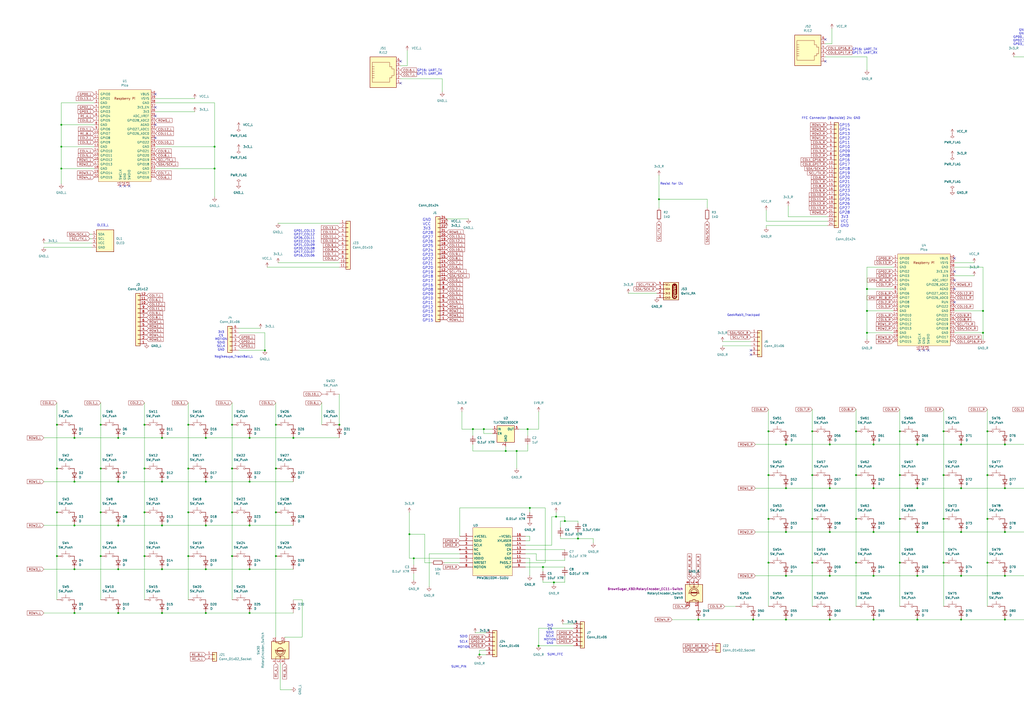
<source format=kicad_sch>
(kicad_sch (version 20250114) (generator "eeschema") (generator_version "9.0")
  (paper "A2")
  (text "GND\nGND\nGP00_MISO\nGP02_SCLK\nGP03_MOSI" (at 593.09 21.59 0) (effects (font (size 1.27 1.27))))
  (text "MOTION" (at 268.986 375.412 0) (effects (font (size 1.27 1.27))))
  (text "Resist for i2c" (at 389.636 106.68 0) (effects (font (size 1.27 1.27))))
  (text "GeekRabit_Trackpad" (at 431.292 182.88 0) (effects (font (size 1.27 1.27))))
  (text "GND                                                                                 \nVCC                                                                                 \n3V3                                                                                 \nGP28                                                                                \nGP27                                                                                \nGP26                                                                                \nGP25                                                                                \nGP24                                                                                \nGP23                                                                                \nGP22                                                                                \nGP21                                                                                \nGP20                                                                                \nGP19                                                                                \nGP18                                                                                \nGP17                                                                                \nGP16                                                                                \nGP08                                                                                \nGP09                                                                                \nGP10                                                                                \nGP11                                                                                \nGP12                                                                                \nGP13                                                                                \nGP14                                                                                \nGP15                                                                                \n" (at 296.164 156.718 0) (effects (font (size 1.5748 1.5748))))
  (text "SDIO" (at 268.986 369.316 0) (effects (font (size 1.27 1.27))))
  (text "SCLK\n" (at 268.986 372.364 0) (effects (font (size 1.27 1.27))))
  (text "SUMI_PIN" (at 266.192 386.842 0) (effects (font (size 1.27 1.27))))
  (text "3V3\nCS\nMOTION\nSDIO\nSCLK\nGND" (at 600.964 55.118 0) (effects (font (size 1.27 1.27))))
  (text "OLED_L" (at 59.69 130.81 0) (effects (font (size 1.27 1.27))))
  (text "GP16: UART_TX\nGP17: UART_RX" (at 249.174 41.91 0) (effects (font (size 1.27 1.27))))
  (text "FFC Connector (Backside) 24: GND" (at 482.092 68.58 0) (effects (font (size 1.27 1.27))))
  (text "GP01_COL13\nGP27_COL12\nGP26_COL11\nGP22_COL10\nGP21_COL09\nGP20_COL08\nGP17_COL07\nGP16_COL06" (at 176.53 141.224 0) (effects (font (size 1.27 1.27))))
  (text "SUMI_FFC" (at 322.072 379.73 0) (effects (font (size 1.27 1.27))))
  (text "Nogikesuya_TrackBall\n" (at 609.346 64.77 0) (effects (font (size 1.27 1.27))))
  (text "GP16: UART_TX\nGP17: UART_RX" (at 501.65 29.718 0) (effects (font (size 1.27 1.27))))
  (text "GP15\nGP14\nGP13\nGP12\nGP11\nGP10\nGP09\nGP08\nGP16\nGP17\nGP18\nGP19\nGP20\nGP21\nGP22\nGP23\nGP24\nGP25\nGP26\nGP27\nGP28\n3V3\nVCC\nGND\n" (at 489.966 101.854 0) (effects (font (size 1.5748 1.5748))))
  (text "SPI_TH" (at 622.3 14.732 0) (effects (font (size 1.27 1.27))))
  (text "OLED_L" (at 645.16 96.52 0) (effects (font (size 1.27 1.27))))
  (text "3V3\nCS\nMOTION\nSDIO\nSCLK\nGND" (at 128.27 197.866 0) (effects (font (size 1.27 1.27))))
  (text "Nogikesuya_TrackBall_L" (at 135.636 207.01 0) (effects (font (size 1.27 1.27))))
  (text "3V3\nCS\nSDIO\nSCLK\nMOTION\nGND" (at 319.024 368.046 0) (effects (font (size 1.27 1.27))))
  (junction (at 582.93 359.41))
  (junction (at 532.13 359.41))
  (junction (at 33.02 271.78))
  (junction (at 608.33 257.81))
  (junction (at 455.93 359.41))
  (junction (at 109.22 271.78))
  (junction (at 582.93 334.01))
  (junction (at 160.02 271.78))
  (junction (at 83.82 297.18))
  (junction (at 532.13 257.81))
  (junction (at 570.23 180.34))
  (junction (at 35.56 72.39))
  (junction (at 58.42 271.78))
  (junction (at 603.25 22.86))
  (junction (at 293.37 261.62))
  (junction (at 35.56 97.79))
  (junction (at 623.57 300.99))
  (junction (at 455.93 257.81))
  (junction (at 144.78 279.4))
  (junction (at 144.78 304.8))
  (junction (at 144.78 254))
  (junction (at 598.17 275.59))
  (junction (at 134.62 297.18))
  (junction (at 572.77 326.39))
  (junction (at 582.93 257.81))
  (junction (at 109.22 297.18))
  (junction (at 502.92 193.04))
  (junction (at 33.02 322.58))
  (junction (at 160.02 297.18))
  (junction (at 598.17 250.19))
  (junction (at 445.77 275.59))
  (junction (at 124.46 97.79))
  (junction (at 506.73 359.41))
  (junction (at 445.77 300.99))
  (junction (at 532.13 334.01))
  (junction (at 382.27 115.57))
  (junction (at 572.77 300.99))
  (junction (at 119.38 355.6))
  (junction (at 83.82 271.78))
  (junction (at 237.49 309.88))
  (junction (at 471.17 326.39))
  (junction (at 68.58 330.2))
  (junction (at 33.02 297.18))
  (junction (at 33.02 246.38))
  (junction (at 455.93 283.21))
  (junction (at 93.98 355.6))
  (junction (at 93.98 330.2))
  (junction (at 109.22 246.38))
  (junction (at 83.82 322.58))
  (junction (at 43.18 279.4))
  (junction (at 582.93 308.61))
  (junction (at 58.42 297.18))
  (junction (at 455.93 308.61))
  (junction (at 582.93 283.21))
  (junction (at 93.98 279.4))
  (junction (at 572.77 250.19))
  (junction (at 547.37 250.19))
  (junction (at 134.62 271.78))
  (junction (at 506.73 334.01))
  (junction (at 119.38 304.8))
  (junction (at 160.02 246.38))
  (junction (at 43.18 330.2))
  (junction (at 321.31 337.82))
  (junction (at 119.38 254))
  (junction (at 502.92 167.64))
  (junction (at 314.96 328.93))
  (junction (at 547.37 326.39))
  (junction (at 557.53 257.81))
  (junction (at 608.33 334.01))
  (junction (at 608.33 308.61))
  (junction (at 274.32 248.92))
  (junction (at 436.88 359.41))
  (junction (at 481.33 359.41))
  (junction (at 35.56 85.09))
  (junction (at 93.98 304.8))
  (junction (at 306.07 248.92))
  (junction (at 312.42 374.65))
  (junction (at 481.33 283.21))
  (junction (at 134.62 322.58))
  (junction (at 445.77 250.19))
  (junction (at 496.57 326.39))
  (junction (at 481.33 308.61))
  (junction (at 144.78 330.2))
  (junction (at 109.22 322.58))
  (junction (at 598.17 300.99))
  (junction (at 455.93 334.01))
  (junction (at 68.58 279.4))
  (junction (at 153.67 203.2))
  (junction (at 278.13 379.73))
  (junction (at 496.57 250.19))
  (junction (at 280.67 248.92))
  (junction (at 299.72 261.62))
  (junction (at 506.73 283.21))
  (junction (at 557.53 359.41))
  (junction (at 598.17 326.39))
  (junction (at 327.66 302.26))
  (junction (at 608.33 283.21))
  (junction (at 623.57 326.39))
  (junction (at 144.78 355.6))
  (junction (at 623.57 275.59))
  (junction (at 570.23 193.04))
  (junction (at 623.57 250.19))
  (junction (at 445.77 326.39))
  (junction (at 68.58 304.8))
  (junction (at 83.82 246.38))
  (junction (at 502.92 180.34))
  (junction (at 627.38 60.96))
  (junction (at 307.34 294.64))
  (junction (at 506.73 308.61))
  (junction (at 58.42 246.38))
  (junction (at 68.58 254))
  (junction (at 547.37 275.59))
  (junction (at 43.18 355.6))
  (junction (at 506.73 257.81))
  (junction (at 196.85 246.38))
  (junction (at 521.97 250.19))
  (junction (at 608.33 359.41))
  (junction (at 160.02 322.58))
  (junction (at 335.28 312.42))
  (junction (at 521.97 275.59))
  (junction (at 119.38 330.2))
  (junction (at 521.97 300.99))
  (junction (at 170.18 254))
  (junction (at 58.42 322.58))
  (junction (at 557.53 334.01))
  (junction (at 43.18 254))
  (junction (at 481.33 334.01))
  (junction (at 547.37 300.99))
  (junction (at 496.57 275.59))
  (junction (at 240.03 323.85))
  (junction (at 322.58 299.72))
  (junction (at 471.17 250.19))
  (junction (at 119.38 279.4))
  (junction (at 496.57 300.99))
  (junction (at 532.13 308.61))
  (junction (at 43.18 304.8))
  (junction (at 557.53 283.21))
  (junction (at 471.17 275.59))
  (junction (at 68.58 355.6))
  (junction (at 521.97 326.39))
  (junction (at 557.53 308.61))
  (junction (at 124.46 85.09))
  (junction (at 405.13 359.41))
  (junction (at 481.33 257.81))
  (junction (at 532.13 283.21))
  (junction (at 572.77 275.59))
  (junction (at 134.62 246.38))
  (junction (at 471.17 300.99))
  (junction (at 93.98 254))
  (no_connect (at 478.79 22.86))
  (no_connect (at 533.4 203.2))
  (no_connect (at 72.39 107.95))
  (no_connect (at 90.17 67.31))
  (no_connect (at 232.41 35.56))
  (no_connect (at 553.72 162.56))
  (no_connect (at 435.61 205.74))
  (no_connect (at 232.41 48.26))
  (no_connect (at 90.17 80.01))
  (no_connect (at 535.94 203.2))
  (no_connect (at 90.17 54.61))
  (no_connect (at 478.79 35.56))
  (no_connect (at 74.93 107.95))
  (no_connect (at 553.72 167.64))
  (no_connect (at 69.85 107.95))
  (no_connect (at 90.17 72.39))
  (no_connect (at 553.72 175.26))
  (no_connect (at 90.17 62.23))
  (no_connect (at 435.61 203.2))
  (no_connect (at 553.72 157.48))
  (no_connect (at 538.48 203.2))
  (no_connect (at 553.72 149.86))
  (wire (pts (xy 52.07 138.43) (xy 53.34 138.43)))
  (wire (pts (xy 553.72 180.34) (xy 570.23 180.34)))
  (wire (pts (xy 35.56 59.69) (xy 35.56 72.39)))
  (wire (pts (xy 481.33 334.01) (xy 506.73 334.01)))
  (wire (pts (xy 598.17 326.39) (xy 598.17 351.79)))
  (wire (pts (xy 154.94 154.94) (xy 196.85 154.94)))
  (wire (pts (xy 124.46 59.69) (xy 124.46 85.09)))
  (wire (pts (xy 506.73 283.21) (xy 532.13 283.21)))
  (wire (pts (xy 547.37 250.19) (xy 547.37 275.59)))
  (wire (pts (xy 119.38 355.6) (xy 144.78 355.6)))
  (wire (pts (xy 274.32 248.92) (xy 274.32 252.73)))
  (wire (pts (xy 314.96 328.93) (xy 314.96 331.47)))
  (wire (pts (xy 316.23 326.39) (xy 304.8 326.39)))
  (wire (pts (xy 582.93 257.81) (xy 608.33 257.81)))
  (wire (pts (xy 405.13 359.41) (xy 436.88 359.41)))
  (wire (pts (xy 124.46 97.79) (xy 124.46 114.3)))
  (wire (pts (xy 481.33 359.41) (xy 506.73 359.41)))
  (wire (pts (xy 480.06 125.73) (xy 457.2 125.73)))
  (wire (pts (xy 445.77 275.59) (xy 445.77 300.99)))
  (wire (pts (xy 68.58 279.4) (xy 93.98 279.4)))
  (wire (pts (xy 307.34 294.64) (xy 316.23 294.64)))
  (wire (pts (xy 304.8 311.15) (xy 307.34 311.15)))
  (wire (pts (xy 455.93 359.41) (xy 481.33 359.41)))
  (wire (pts (xy 382.27 101.6) (xy 382.27 115.57)))
  (wire (pts (xy 307.34 294.64) (xy 307.34 297.18)))
  (wire (pts (xy 623.57 250.19) (xy 623.57 275.59)))
  (wire (pts (xy 257.81 326.39) (xy 266.7 326.39)))
  (wire (pts (xy 119.38 330.2) (xy 144.78 330.2)))
  (wire (pts (xy 160.02 233.68) (xy 160.02 246.38)))
  (wire (pts (xy 186.69 233.68) (xy 186.69 246.38)))
  (wire (pts (xy 33.02 297.18) (xy 33.02 322.58)))
  (wire (pts (xy 321.31 337.82) (xy 327.66 337.82)))
  (wire (pts (xy 196.85 228.6) (xy 196.85 246.38)))
  (wire (pts (xy 608.33 308.61) (xy 633.73 308.61)))
  (wire (pts (xy 532.13 257.81) (xy 557.53 257.81)))
  (wire (pts (xy 165.1 369.57) (xy 175.26 369.57)))
  (wire (pts (xy 389.89 359.41) (xy 405.13 359.41)))
  (wire (pts (xy 322.58 299.72) (xy 327.66 299.72)))
  (wire (pts (xy 420.37 351.79) (xy 426.72 351.79)))
  (wire (pts (xy 502.92 154.94) (xy 502.92 167.64)))
  (wire (pts (xy 502.92 180.34) (xy 518.16 180.34)))
  (wire (pts (xy 68.58 254) (xy 93.98 254)))
  (wire (pts (xy 35.56 97.79) (xy 54.61 97.79)))
  (wire (pts (xy 521.97 300.99) (xy 521.97 326.39)))
  (wire (pts (xy 320.04 299.72) (xy 322.58 299.72)))
  (wire (pts (xy 565.15 160.02) (xy 553.72 160.02)))
  (wire (pts (xy 160.02 297.18) (xy 160.02 322.58)))
  (wire (pts (xy 582.93 334.01) (xy 608.33 334.01)))
  (wire (pts (xy 532.13 283.21) (xy 557.53 283.21)))
  (wire (pts (xy 58.42 233.68) (xy 58.42 246.38)))
  (wire (pts (xy 502.92 193.04) (xy 502.92 196.85)))
  (wire (pts (xy 444.5 121.92) (xy 444.5 128.27)))
  (wire (pts (xy 306.07 257.81) (xy 306.07 261.62)))
  (wire (pts (xy 119.38 279.4) (xy 144.78 279.4)))
  (wire (pts (xy 327.66 302.26) (xy 335.28 302.26)))
  (wire (pts (xy 557.53 359.41) (xy 582.93 359.41)))
  (wire (pts (xy 236.22 29.21) (xy 236.22 38.1)))
  (wire (pts (xy 162.56 384.81) (xy 162.56 400.05)))
  (wire (pts (xy 332.74 364.49) (xy 312.42 364.49)))
  (wire (pts (xy 311.15 321.31) (xy 304.8 321.31)))
  (wire (pts (xy 248.92 340.36) (xy 248.92 321.31)))
  (wire (pts (xy 83.82 297.18) (xy 83.82 322.58)))
  (wire (pts (xy 335.28 303.53) (xy 335.28 302.26)))
  (wire (pts (xy 43.18 330.2) (xy 68.58 330.2)))
  (wire (pts (xy 306.07 248.92) (xy 312.42 248.92)))
  (wire (pts (xy 299.72 261.62) (xy 299.72 271.78)))
  (wire (pts (xy 557.53 308.61) (xy 582.93 308.61)))
  (wire (pts (xy 608.33 334.01) (xy 633.73 334.01)))
  (wire (pts (xy 256.54 45.72) (xy 256.54 53.34)))
  (wire (pts (xy 35.56 97.79) (xy 35.56 106.68)))
  (wire (pts (xy 134.62 297.18) (xy 134.62 322.58)))
  (wire (pts (xy 83.82 322.58) (xy 83.82 347.98)))
  (wire (pts (xy 532.13 334.01) (xy 557.53 334.01)))
  (wire (pts (xy 482.6 25.4) (xy 478.79 25.4)))
  (wire (pts (xy 438.15 334.01) (xy 455.93 334.01)))
  (wire (pts (xy 478.79 33.02) (xy 502.92 33.02)))
  (wire (pts (xy 570.23 154.94) (xy 570.23 180.34)))
  (wire (pts (xy 314.96 328.93) (xy 327.66 328.93)))
  (wire (pts (xy 471.17 326.39) (xy 471.17 351.79)))
  (wire (pts (xy 598.17 300.99) (xy 598.17 326.39)))
  (wire (pts (xy 610.87 106.68) (xy 638.81 106.68)))
  (wire (pts (xy 109.22 271.78) (xy 109.22 297.18)))
  (wire (pts (xy 314.96 336.55) (xy 314.96 337.82)))
  (wire (pts (xy 83.82 233.68) (xy 83.82 246.38)))
  (wire (pts (xy 90.17 85.09) (xy 124.46 85.09)))
  (wire (pts (xy 598.17 275.59) (xy 598.17 300.99)))
  (wire (pts (xy 521.97 237.49) (xy 521.97 250.19)))
  (wire (pts (xy 553.72 154.94) (xy 570.23 154.94)))
  (wire (pts (xy 588.01 33.02) (xy 622.3 33.02)))
  (wire (pts (xy 293.37 261.62) (xy 293.37 259.08)))
  (wire (pts (xy 332.74 361.95) (xy 326.39 361.95)))
  (wire (pts (xy 335.28 312.42) (xy 344.17 312.42)))
  (wire (pts (xy 612.14 50.8) (xy 627.38 50.8)))
  (wire (pts (xy 547.37 237.49) (xy 547.37 250.19)))
  (wire (pts (xy 521.97 326.39) (xy 521.97 351.79)))
  (wire (pts (xy 444.5 130.81) (xy 480.06 130.81)))
  (wire (pts (xy 138.43 190.5) (xy 151.13 190.5)))
  (wire (pts (xy 382.27 120.65) (xy 382.27 115.57)))
  (wire (pts (xy 471.17 275.59) (xy 471.17 300.99)))
  (wire (pts (xy 58.42 271.78) (xy 58.42 297.18)))
  (wire (pts (xy 83.82 271.78) (xy 83.82 297.18)))
  (wire (pts (xy 119.38 304.8) (xy 144.78 304.8)))
  (wire (pts (xy 327.66 337.82) (xy 327.66 334.01)))
  (wire (pts (xy 278.13 377.19) (xy 278.13 379.73)))
  (wire (pts (xy 364.49 170.18) (xy 381 170.18)))
  (wire (pts (xy 240.03 323.85) (xy 240.03 327.66)))
  (wire (pts (xy 35.56 59.69) (xy 54.61 59.69)))
  (wire (pts (xy 237.49 323.85) (xy 240.03 323.85)))
  (wire (pts (xy 608.33 359.41) (xy 633.73 359.41)))
  (wire (pts (xy 33.02 233.68) (xy 33.02 246.38)))
  (wire (pts (xy 557.53 257.81) (xy 582.93 257.81)))
  (wire (pts (xy 35.56 85.09) (xy 35.56 97.79)))
  (wire (pts (xy 603.25 22.86) (xy 622.3 22.86)))
  (wire (pts (xy 572.77 237.49) (xy 572.77 250.19)))
  (wire (pts (xy 144.78 355.6) (xy 170.18 355.6)))
  (wire (pts (xy 321.31 337.82) (xy 321.31 339.09)))
  (wire (pts (xy 266.7 311.15) (xy 266.7 294.64)))
  (wire (pts (xy 285.75 248.92) (xy 280.67 248.92)))
  (wire (pts (xy 572.77 250.19) (xy 572.77 275.59)))
  (wire (pts (xy 322.58 297.18) (xy 322.58 299.72)))
  (wire (pts (xy 608.33 257.81) (xy 633.73 257.81)))
  (wire (pts (xy 557.53 283.21) (xy 582.93 283.21)))
  (wire (pts (xy 25.4 143.51) (xy 53.34 143.51)))
  (wire (pts (xy 312.42 374.65) (xy 332.74 374.65)))
  (wire (pts (xy 304.8 323.85) (xy 307.34 323.85)))
  (wire (pts (xy 52.07 135.89) (xy 53.34 135.89)))
  (wire (pts (xy 312.42 248.92) (xy 312.42 238.76)))
  (wire (pts (xy 608.33 283.21) (xy 633.73 283.21)))
  (wire (pts (xy 419.1 200.66) (xy 435.61 200.66)))
  (wire (pts (xy 161.29 152.4) (xy 196.85 152.4)))
  (wire (pts (xy 134.62 322.58) (xy 134.62 347.98)))
  (wire (pts (xy 93.98 330.2) (xy 119.38 330.2)))
  (wire (pts (xy 304.8 316.23) (xy 320.04 316.23)))
  (wire (pts (xy 496.57 275.59) (xy 496.57 300.99)))
  (wire (pts (xy 438.15 308.61) (xy 455.93 308.61)))
  (wire (pts (xy 481.33 283.21) (xy 506.73 283.21)))
  (wire (pts (xy 33.02 271.78) (xy 33.02 297.18)))
  (wire (pts (xy 35.56 72.39) (xy 35.56 85.09)))
  (wire (pts (xy 327.66 325.12) (xy 327.66 323.85)))
  (wire (pts (xy 248.92 321.31) (xy 266.7 321.31)))
  (wire (pts (xy 160.02 271.78) (xy 160.02 297.18)))
  (wire (pts (xy 293.37 261.62) (xy 299.72 261.62)))
  (wire (pts (xy 35.56 72.39) (xy 54.61 72.39)))
  (wire (pts (xy 502.92 167.64) (xy 518.16 167.64)))
  (wire (pts (xy 482.6 16.51) (xy 482.6 25.4)))
  (wire (pts (xy 90.17 97.79) (xy 124.46 97.79)))
  (wire (pts (xy 109.22 233.68) (xy 109.22 246.38)))
  (wire (pts (xy 335.28 308.61) (xy 335.28 312.42)))
  (wire (pts (xy 327.66 299.72) (xy 327.66 302.26)))
  (wire (pts (xy 175.26 347.98) (xy 170.18 347.98)))
  (wire (pts (xy 240.03 332.74) (xy 240.03 336.55)))
  (wire (pts (xy 162.56 400.05) (xy 168.91 400.05)))
  (wire (pts (xy 274.32 261.62) (xy 293.37 261.62)))
  (wire (pts (xy 565.15 152.4) (xy 553.72 152.4)))
  (wire (pts (xy 314.96 337.82) (xy 321.31 337.82)))
  (wire (pts (xy 547.37 326.39) (xy 547.37 351.79)))
  (wire (pts (xy 553.72 193.04) (xy 570.23 193.04)))
  (wire (pts (xy 455.93 283.21) (xy 481.33 283.21)))
  (wire (pts (xy 502.92 180.34) (xy 502.92 193.04)))
  (wire (pts (xy 572.77 300.99) (xy 572.77 326.39)))
  (wire (pts (xy 237.49 297.18) (xy 237.49 309.88)))
  (wire (pts (xy 496.57 237.49) (xy 496.57 250.19)))
  (wire (pts (xy 307.34 323.85) (xy 307.34 334.01)))
  (wire (pts (xy 25.4 254) (xy 43.18 254)))
  (wire (pts (xy 246.38 326.39) (xy 246.38 309.88)))
  (wire (pts (xy 93.98 355.6) (xy 119.38 355.6)))
  (wire (pts (xy 33.02 246.38) (xy 33.02 271.78)))
  (wire (pts (xy 502.92 167.64) (xy 502.92 180.34)))
  (wire (pts (xy 153.67 203.2) (xy 138.43 203.2)))
  (wire (pts (xy 160.02 322.58) (xy 160.02 369.57)))
  (wire (pts (xy 266.7 294.64) (xy 307.34 294.64)))
  (wire (pts (xy 610.87 109.22) (xy 638.81 109.22)))
  (wire (pts (xy 436.88 359.41) (xy 455.93 359.41)))
  (wire (pts (xy 496.57 300.99) (xy 496.57 326.39)))
  (wire (pts (xy 144.78 254) (xy 170.18 254)))
  (wire (pts (xy 622.3 20.32) (xy 603.25 20.32)))
  (wire (pts (xy 281.94 367.03) (xy 275.59 367.03)))
  (wire (pts (xy 161.29 129.54) (xy 196.85 129.54)))
  (wire (pts (xy 603.25 22.86) (xy 603.25 25.4)))
  (wire (pts (xy 410.21 120.65) (xy 410.21 115.57)))
  (wire (pts (xy 598.17 250.19) (xy 598.17 275.59)))
  (wire (pts (xy 582.93 283.21) (xy 608.33 283.21)))
  (wire (pts (xy 506.73 359.41) (xy 532.13 359.41)))
  (wire (pts (xy 623.57 275.59) (xy 623.57 300.99)))
  (wire (pts (xy 506.73 308.61) (xy 532.13 308.61)))
  (wire (pts (xy 532.13 359.41) (xy 557.53 359.41)))
  (wire (pts (xy 267.97 248.92) (xy 267.97 238.76)))
  (wire (pts (xy 68.58 304.8) (xy 93.98 304.8)))
  (wire (pts (xy 471.17 250.19) (xy 471.17 275.59)))
  (wire (pts (xy 58.42 322.58) (xy 58.42 347.98)))
  (wire (pts (xy 237.49 309.88) (xy 237.49 323.85)))
  (wire (pts (xy 280.67 248.92) (xy 274.32 248.92)))
  (wire (pts (xy 444.5 132.08) (xy 444.5 130.81)))
  (wire (pts (xy 481.33 257.81) (xy 506.73 257.81)))
  (wire (pts (xy 316.23 294.64) (xy 316.23 326.39)))
  (wire (pts (xy 572.77 275.59) (xy 572.77 300.99)))
  (wire (pts (xy 506.73 257.81) (xy 532.13 257.81)))
  (wire (pts (xy 300.99 248.92) (xy 306.07 248.92)))
  (wire (pts (xy 627.38 50.8) (xy 627.38 60.96)))
  (wire (pts (xy 43.18 355.6) (xy 68.58 355.6)))
  (wire (pts (xy 134.62 271.78) (xy 134.62 297.18)))
  (wire (pts (xy 138.43 193.04) (xy 153.67 193.04)))
  (wire (pts (xy 109.22 297.18) (xy 109.22 322.58)))
  (wire (pts (xy 627.38 60.96) (xy 612.14 60.96)))
  (wire (pts (xy 570.23 180.34) (xy 570.23 193.04)))
  (wire (pts (xy 175.26 369.57) (xy 175.26 347.98)))
  (wire (pts (xy 304.8 318.77) (xy 327.66 318.77)))
  (wire (pts (xy 438.15 283.21) (xy 455.93 283.21)))
  (wire (pts (xy 521.97 275.59) (xy 521.97 300.99)))
  (wire (pts (xy 623.57 300.99) (xy 623.57 326.39)))
  (wire (pts (xy 160.02 246.38) (xy 160.02 271.78)))
  (wire (pts (xy 637.54 101.6) (xy 638.81 101.6)))
  (wire (pts (xy 382.27 115.57) (xy 410.21 115.57)))
  (wire (pts (xy 547.37 300.99) (xy 547.37 326.39)))
  (wire (pts (xy 271.78 127) (xy 259.08 127)))
  (wire (pts (xy 93.98 304.8) (xy 119.38 304.8)))
  (wire (pts (xy 481.33 308.61) (xy 506.73 308.61)))
  (wire (pts (xy 502.92 33.02) (xy 502.92 40.64)))
  (wire (pts (xy 240.03 323.85) (xy 266.7 323.85)))
  (wire (pts (xy 444.5 128.27) (xy 480.06 128.27)))
  (wire (pts (xy 623.57 326.39) (xy 623.57 351.79)))
  (wire (pts (xy 325.12 312.42) (xy 335.28 312.42)))
  (wire (pts (xy 455.93 308.61) (xy 481.33 308.61)))
  (wire (pts (xy 637.54 104.14) (xy 638.81 104.14)))
  (wire (pts (xy 311.15 325.12) (xy 311.15 321.31)))
  (wire (pts (xy 43.18 279.4) (xy 68.58 279.4)))
  (wire (pts (xy 521.97 250.19) (xy 521.97 275.59)))
  (wire (pts (xy 274.32 257.81) (xy 274.32 261.62)))
  (wire (pts (xy 623.57 237.49) (xy 623.57 250.19)))
  (wire (pts (xy 307.34 313.69) (xy 304.8 313.69)))
  (wire (pts (xy 603.25 20.32) (xy 603.25 22.86)))
  (wire (pts (xy 124.46 85.09) (xy 124.46 97.79)))
  (wire (pts (xy 307.34 311.15) (xy 307.34 313.69)))
  (wire (pts (xy 124.46 59.69) (xy 90.17 59.69)))
  (wire (pts (xy 471.17 300.99) (xy 471.17 326.39)))
  (wire (pts (xy 612.14 48.26) (xy 624.84 48.26)))
  (wire (pts (xy 25.4 140.97) (xy 53.34 140.97)))
  (wire (pts (xy 83.82 246.38) (xy 83.82 271.78)))
  (wire (pts (xy 43.18 304.8) (xy 68.58 304.8)))
  (wire (pts (xy 502.92 193.04) (xy 518.16 193.04)))
  (wire (pts (xy 532.13 308.61) (xy 557.53 308.61)))
  (wire (pts (xy 419.1 198.12) (xy 435.61 198.12)))
  (wire (pts (xy 25.4 330.2) (xy 43.18 330.2)))
  (wire (pts (xy 325.12 302.26) (xy 325.12 306.07)))
  (wire (pts (xy 570.23 196.85) (xy 570.23 193.04)))
  (wire (pts (xy 170.18 254) (xy 196.85 254)))
  (wire (pts (xy 325.12 311.15) (xy 325.12 312.42)))
  (wire (pts (xy 153.67 193.04) (xy 153.67 203.2)))
  (wire (pts (xy 68.58 330.2) (xy 93.98 330.2)))
  (wire (pts (xy 144.78 304.8) (xy 170.18 304.8)))
  (wire (pts (xy 306.07 261.62) (xy 299.72 261.62)))
  (wire (pts (xy 445.77 326.39) (xy 445.77 351.79)))
  (wire (pts (xy 232.41 45.72) (xy 256.54 45.72)))
  (wire (pts (xy 25.4 279.4) (xy 43.18 279.4)))
  (wire (pts (xy 25.4 355.6) (xy 43.18 355.6)))
  (wire (pts (xy 518.16 154.94) (xy 502.92 154.94)))
  (wire (pts (xy 327.66 325.12) (xy 311.15 325.12)))
  (wire (pts (xy 274.32 248.92) (xy 267.97 248.92)))
  (wire (pts (xy 506.73 334.01) (xy 532.13 334.01)))
  (wire (pts (xy 250.19 326.39) (xy 246.38 326.39)))
  (wire (pts (xy 438.15 257.81) (xy 455.93 257.81)))
  (wire (pts (xy 496.57 326.39) (xy 496.57 351.79)))
  (wire (pts (xy 25.4 304.8) (xy 43.18 304.8)))
  (wire (pts (xy 582.93 359.41) (xy 608.33 359.41)))
  (wire (pts (xy 43.18 254) (xy 68.58 254)))
  (wire (pts (xy 144.78 279.4) (xy 170.18 279.4)))
  (wire (pts (xy 246.38 309.88) (xy 237.49 309.88)))
  (wire (pts (xy 344.17 314.96) (xy 344.17 312.42)))
  (wire (pts (xy 90.17 57.15) (xy 113.03 57.15)))
  (wire (pts (xy 109.22 246.38) (xy 109.22 271.78)))
  (wire (pts (xy 598.17 237.49) (xy 598.17 250.19)))
  (wire (pts (xy 93.98 279.4) (xy 119.38 279.4)))
  (wire (pts (xy 134.62 246.38) (xy 134.62 271.78)))
  (wire (pts (xy 457.2 125.73) (xy 457.2 119.38)))
  (wire (pts (xy 90.17 64.77) (xy 113.03 64.77)))
  (wire (pts (xy 496.57 250.19) (xy 496.57 275.59)))
  (wire (pts (xy 109.22 322.58) (xy 109.22 347.98)))
  (wire (pts (xy 281.94 377.19) (xy 278.13 377.19)))
  (wire (pts (xy 236.22 38.1) (xy 232.41 38.1)))
  (wire (pts (xy 33.02 322.58) (xy 33.02 347.98)))
  (wire (pts (xy 68.58 355.6) (xy 93.98 355.6)))
  (wire (pts (xy 455.93 334.01) (xy 481.33 334.01)))
  (wire (pts (xy 557.53 334.01) (xy 582.93 334.01)))
  (wire (pts (xy 285.75 251.46) (xy 280.67 251.46)))
  (wire (pts (xy 144.78 330.2) (xy 170.18 330.2)))
  (wire (pts (xy 134.62 233.68) (xy 134.62 246.38)))
  (wire (pts (xy 304.8 328.93) (xy 314.96 328.93)))
  (wire (pts (xy 312.42 364.49) (xy 312.42 374.65)))
  (wire (pts (xy 582.93 308.61) (xy 608.33 308.61)))
  (wire (pts (xy 278.13 379.73) (xy 281.94 379.73)))
  (wire (pts (xy 58.42 246.38) (xy 58.42 271.78)))
  (wire (pts (xy 93.98 254) (xy 119.38 254)))
  (wire (pts (xy 471.17 237.49) (xy 471.17 250.19)))
  (wire (pts (xy 320.04 316.23) (xy 320.04 299.72)))
  (wire (pts (xy 572.77 326.39) (xy 572.77 351.79)))
  (wire (pts (xy 280.67 251.46) (xy 280.67 248.92)))
  (wire (pts (xy 445.77 237.49) (xy 445.77 250.19)))
  (wire (pts (xy 54.61 85.09) (xy 35.56 85.09)))
  (wire (pts (xy 547.37 275.59) (xy 547.37 300.99)))
  (wire (pts (xy 327.66 302.26) (xy 325.12 302.26)))
  (wire (pts (xy 306.07 248.92) (xy 306.07 252.73)))
  (wire (pts (xy 445.77 300.99) (xy 445.77 326.39)))
  (wire (pts (xy 445.77 250.19) (xy 445.77 275.59)))
  (wire (pts (xy 119.38 254) (xy 144.78 254)))
  (wire (pts (xy 58.42 297.18) (xy 58.42 322.58)))
  (wire (pts (xy 455.93 257.81) (xy 481.33 257.81)))
  (global_label "COL6_L" (shape input) (at 259.08 154.94 0) (property "Intersheetrefs" "${INTERSHEET_REFS}" (effects (hide yes))))
  (global_label "ROW1_R" (shape input) (at 610.87 186.69 0) (property "Intersheetrefs" "${INTERSHEET_REFS}" (effects (hide yes))))
  (global_label "ROW1_R" (shape input) (at 438.15 283.21 180) (property "Intersheetrefs" "${INTERSHEET_REFS}" (effects (hide yes))))
  (global_label "COL2_L" (shape input) (at 83.82 233.68 180) (property "Intersheetrefs" "${INTERSHEET_REFS}" (effects (hide yes))))
  (global_label "COL4_R" (shape input) (at 480.06 85.09 180) (property "Intersheetrefs" "${INTERSHEET_REFS}" (effects (hide yes))))
  (global_label "COL9_L" (shape input) (at 90.17 87.63 0) (property "Intersheetrefs" "${INTERSHEET_REFS}" (effects (hide yes))))
  (global_label "COL0_GP17_R" (shape input) (at 480.06 95.25 180) (property "Intersheetrefs" "${INTERSHEET_REFS}" (effects (hide yes))))
  (global_label "GP02_R" (shape input) (at 281.94 372.11 180) (property "Intersheetrefs" "${INTERSHEET_REFS}" (effects (hide yes))))
  (global_label "GP00_R" (shape input) (at 622.3 25.4 180) (property "Intersheetrefs" "${INTERSHEET_REFS}" (effects (hide yes))))
  (global_label "ROW2_R" (shape input) (at 480.06 77.47 180) (property "Intersheetrefs" "${INTERSHEET_REFS}" (effects (hide yes))))
  (global_label "ROW2_L" (shape input) (at 85.09 189.23 0) (property "Intersheetrefs" "${INTERSHEET_REFS}" (effects (hide yes))))
  (global_label "GP03_R" (shape input) (at 622.3 30.48 180) (property "Intersheetrefs" "${INTERSHEET_REFS}" (effects (hide yes))))
  (global_label "COL2_R" (shape input) (at 518.16 175.26 180) (property "Intersheetrefs" "${INTERSHEET_REFS}" (effects (hide yes))))
  (global_label "GP00_L" (shape input) (at 138.43 195.58 0) (property "Intersheetrefs" "${INTERSHEET_REFS}" (effects (hide yes))))
  (global_label "ROW2_R" (shape input) (at 518.16 190.5 180) (property "Intersheetrefs" "${INTERSHEET_REFS}" (effects (hide yes))))
  (global_label "COL8_R" (shape input) (at 496.57 237.49 180) (property "Intersheetrefs" "${INTERSHEET_REFS}" (effects (hide yes))))
  (global_label "COL3_R" (shape input) (at 480.06 87.63 180) (property "Intersheetrefs" "${INTERSHEET_REFS}" (effects (hide yes))))
  (global_label "COL6_L" (shape input) (at 85.09 173.99 0) (property "Intersheetrefs" "${INTERSHEET_REFS}" (effects (hide yes))))
  (global_label "COL7_L" (shape input) (at 232.41 43.18 0) (property "Intersheetrefs" "${INTERSHEET_REFS}" (effects (hide yes))))
  (global_label "COL12_L" (shape input) (at 85.09 176.53 0) (property "Intersheetrefs" "${INTERSHEET_REFS}" (effects (hide yes))))
  (global_label "ROW4_R" (shape input) (at 480.06 72.39 180) (property "Intersheetrefs" "${INTERSHEET_REFS}" (effects (hide yes))))
  (global_label "RE_A_L" (shape input) (at 119.38 382.27 180) (property "Intersheetrefs" "${INTERSHEET_REFS}" (effects (hide yes))))
  (global_label "COL4_L" (shape input) (at 54.61 87.63 180) (property "Intersheetrefs" "${INTERSHEET_REFS}" (effects (hide yes))))
  (global_label "COL6_R" (shape input) (at 445.77 237.49 180) (property "Intersheetrefs" "${INTERSHEET_REFS}" (effects (hide yes))))
  (global_label "COL4_R" (shape input) (at 518.16 182.88 180) (property "Intersheetrefs" "${INTERSHEET_REFS}" (effects (hide yes))))
  (global_label "ROW0_R" (shape input) (at 553.72 165.1 0) (property "Intersheetrefs" "${INTERSHEET_REFS}" (effects (hide yes))))
  (global_label "GP02_R" (shape input) (at 622.3 27.94 180) (property "Intersheetrefs" "${INTERSHEET_REFS}" (effects (hide yes))))
  (global_label "COL12_L" (shape input) (at 259.08 139.7 0) (property "Intersheetrefs" "${INTERSHEET_REFS}" (effects (hide yes))))
  (global_label "COL2_L" (shape input) (at 54.61 80.01 180) (property "Intersheetrefs" "${INTERSHEET_REFS}" (effects (hide yes))))
  (global_label "COL10_L" (shape input) (at 259.08 144.78 0) (property "Intersheetrefs" "${INTERSHEET_REFS}" (effects (hide yes))))
  (global_label "COL5_L" (shape input) (at 54.61 90.17 180) (property "Intersheetrefs" "${INTERSHEET_REFS}" (effects (hide yes))))
  (global_label "GP04_RE_A_R" (shape input) (at 411.48 377.19 180) (property "Intersheetrefs" "${INTERSHEET_REFS}" (effects (hide yes))))
  (global_label "SCL{slash}TX_R" (shape input) (at 553.72 187.96 0) (property "Intersheetrefs" "${INTERSHEET_REFS}" (effects (hide yes))))
  (global_label "COL8_L" (shape input) (at 85.09 184.15 0) (property "Intersheetrefs" "${INTERSHEET_REFS}" (effects (hide yes))))
  (global_label "ROW0_R" (shape input) (at 610.87 196.85 0) (property "Intersheetrefs" "${INTERSHEET_REFS}" (effects (hide yes))))
  (global_label "RE_A_L" (shape input) (at 160.02 384.81 270) (property "Intersheetrefs" "${INTERSHEET_REFS}" (effects (hide yes))))
  (global_label "GP03_L" (shape input) (at 138.43 200.66 0) (property "Intersheetrefs" "${INTERSHEET_REFS}" (effects (hide yes))))
  (global_label "COL7_L" (shape input) (at 259.08 152.4 0) (property "Intersheetrefs" "${INTERSHEET_REFS}" (effects (hide yes))))
  (global_label "COL1_L" (shape input) (at 58.42 233.68 180) (property "Intersheetrefs" "${INTERSHEET_REFS}" (effects (hide yes))))
  (global_label "COL13_L" (shape input) (at 196.85 132.08 180) (property "Intersheetrefs" "${INTERSHEET_REFS}" (effects (hide yes))))
  (global_label "GP07_RE_B_R" (shape input) (at 518.16 172.72 180) (property "Intersheetrefs" "${INTERSHEET_REFS}" (effects (hide yes))))
  (global_label "GP00_R" (shape input) (at 281.94 369.57 180) (property "Intersheetrefs" "${INTERSHEET_REFS}" (effects (hide yes))))
  (global_label "COL3_L" (shape input) (at 109.22 233.68 180) (property "Intersheetrefs" "${INTERSHEET_REFS}" (effects (hide yes))))
  (global_label "COL1_GP16_R" (shape input) (at 480.06 92.71 180) (property "Intersheetrefs" "${INTERSHEET_REFS}" (effects (hide yes))))
  (global_label "GP03_L" (shape input) (at 54.61 64.77 180) (property "Intersheetrefs" "${INTERSHEET_REFS}" (effects (hide yes))))
  (global_label "COL8_L" (shape input) (at 196.85 144.78 180) (property "Intersheetrefs" "${INTERSHEET_REFS}" (effects (hide yes))))
  (global_label "GP07_RE_B_R" (shape input) (at 400.05 336.55 90) (property "Intersheetrefs" "${INTERSHEET_REFS}" (effects (hide yes))))
  (global_label "SCL{slash}TX_L" (shape input) (at 52.07 138.43 180) (property "Intersheetrefs" "${INTERSHEET_REFS}" (effects (hide yes))))
  (global_label "COL12_R" (shape input) (at 553.72 170.18 0) (property "Intersheetrefs" "${INTERSHEET_REFS}" (effects (hide yes))))
  (global_label "SCL{slash}TX_R" (shape input) (at 382.27 128.27 270) (property "Intersheetrefs" "${INTERSHEET_REFS}" (effects (hide yes))))
  (global_label "COL5_R" (shape input) (at 610.87 184.15 0) (property "Intersheetrefs" "${INTERSHEET_REFS}" (effects (hide yes))))
  (global_label "COL5_R" (shape input) (at 480.06 82.55 180) (property "Intersheetrefs" "${INTERSHEET_REFS}" (effects (hide yes))))
  (global_label "SDA{slash}SCK_R" (shape input) (at 435.61 193.04 180) (property "Intersheetrefs" "${INTERSHEET_REFS}" (effects (hide yes))))
  (global_label "ROW4_R" (shape input) (at 518.16 198.12 180) (property "Intersheetrefs" "${INTERSHEET_REFS}" (effects (hide yes))))
  (global_label "COL13_R" (shape input) (at 518.16 152.4 180) (property "Intersheetrefs" "${INTERSHEET_REFS}" (effects (hide yes))))
  (global_label "RE_B_L" (shape input) (at 165.1 384.81 270) (property "Intersheetrefs" "${INTERSHEET_REFS}" (effects (hide yes))))
  (global_label "GP03_R" (shape input) (at 281.94 374.65 180) (property "Intersheetrefs" "${INTERSHEET_REFS}" (effects (hide yes))))
  (global_label "GP04_RE_A_R" (shape input) (at 518.16 162.56 180) (property "Intersheetrefs" "${INTERSHEET_REFS}" (effects (hide yes))))
  (global_label "COL7_R" (shape input) (at 471.17 237.49 180) (property "Intersheetrefs" "${INTERSHEET_REFS}" (effects (hide yes))))
  (global_label "ROW1_L" (shape input) (at 259.08 177.8 0) (property "Intersheetrefs" "${INTERSHEET_REFS}" (effects (hide yes))))
  (global_label "SDA{slash}SCK_R" (shape input) (at 410.21 128.27 270) (property "Intersheetrefs" "${INTERSHEET_REFS}" (effects (hide yes))))
  (global_label "COL1_GP16_R" (shape input) (at 478.79 27.94 0) (property "Intersheetrefs" "${INTERSHEET_REFS}" (effects (hide yes))))
  (global_label "GP02_R" (shape input) (at 332.74 369.57 180) (property "Intersheetrefs" "${INTERSHEET_REFS}" (effects (hide yes))))
  (global_label "COL7_L" (shape input) (at 90.17 100.33 0) (property "Intersheetrefs" "${INTERSHEET_REFS}" (effects (hide yes))))
  (global_label "COL9_R" (shape input) (at 553.72 182.88 0) (property "Intersheetrefs" "${INTERSHEET_REFS}" (effects (hide yes))))
  (global_label "RE_B_L" (shape input) (at 54.61 77.47 180) (property "Intersheetrefs" "${INTERSHEET_REFS}" (effects (hide yes))))
  (global_label "COL7_R" (shape input) (at 518.16 165.1 180) (property "Intersheetrefs" "${INTERSHEET_REFS}" (effects (hide yes))))
  (global_label "COL10_L" (shape input) (at 186.69 228.6 180) (property "Intersheetrefs" "${INTERSHEET_REFS}" (effects (hide yes))))
  (global_label "COL1_GP16_R" (shape input) (at 553.72 198.12 0) (property "Intersheetrefs" "${INTERSHEET_REFS}" (effects (hide yes))))
  (global_label "COL5_L" (shape input) (at 160.02 233.68 180) (property "Intersheetrefs" "${INTERSHEET_REFS}" (effects (hide yes))))
  (global_label "COL12_L" (shape input) (at 90.17 74.93 0) (property "Intersheetrefs" "${INTERSHEET_REFS}" (effects (hide yes))))
  (global_label "SCL{slash}TX_R" (shape input) (at 480.06 100.33 180) (property "Intersheetrefs" "${INTERSHEET_REFS}" (effects (hide yes))))
  (global_label "COL4_R" (shape input) (at 610.87 181.61 0) (property "Intersheetrefs" "${INTERSHEET_REFS}" (effects (hide yes))))
  (global_label "GP07_RE_B_R" (shape input) (at 411.48 374.65 180) (property "Intersheetrefs" "${INTERSHEET_REFS}" (effects (hide yes))))
  (global_label "COL1_L" (shape input) (at 259.08 165.1 0) (property "Intersheetrefs" "${INTERSHEET_REFS}" (effects (hide yes))))
  (global_label "SCL{slash}TX_R" (shape input) (at 381 165.1 180) (property "Intersheetrefs" "${INTERSHEET_REFS}" (effects (hide yes))))
  (global_label "COL1_L" (shape input) (at 54.61 74.93 180) (property "Intersheetrefs" "${INTERSHEET_REFS}" (effects (hide yes))))
  (global_label "ROW3_R" (shape input) (at 438.15 334.01 180) (property "Intersheetrefs" "${INTERSHEET_REFS}" (effects (hide yes))))
  (global_label "COL6_R" (shape input) (at 480.06 102.87 180) (property "Intersheetrefs" "${INTERSHEET_REFS}" (effects (hide yes))))
  (global_label "ROW4_L" (shape input) (at 85.09 194.31 0) (property "Intersheetrefs" "${INTERSHEET_REFS}" (effects (hide yes))))
  (global_label "COL13_L" (shape input) (at 259.08 137.16 0) (property "Intersheetrefs" "${INTERSHEET_REFS}" (effects (hide yes))))
  (global_label "ROW1_R" (shape input) (at 518.16 187.96 180) (property "Intersheetrefs" "${INTERSHEET_REFS}" (effects (hide yes))))
  (global_label "COL10_R" (shape input) (at 553.72 177.8 0) (property "Intersheetrefs" "${INTERSHEET_REFS}" (effects (hide yes))))
  (global_label "ROW0_L" (shape input) (at 259.08 134.62 0) (property "Intersheetrefs" "${INTERSHEET_REFS}" (effects (hide yes))))
  (global_label "ROW3_L" (shape input) (at 259.08 182.88 0) (property "Intersheetrefs" "${INTERSHEET_REFS}" (effects (hide yes))))
  (global_label "COL0_GP17_R" (shape input) (at 478.79 30.48 0) (property "Intersheetrefs" "${INTERSHEET_REFS}" (effects (hide yes))))
  (global_label "GP02_L" (shape input) (at 138.43 198.12 0) (property "Intersheetrefs" "${INTERSHEET_REFS}" (effects (hide yes))))
  (global_label "COL1_GP16_R" (shape input) (at 610.87 173.99 0) (property "Intersheetrefs" "${INTERSHEET_REFS}" (effects (hide yes))))
  (global_label "COL4_R" (shape input) (at 400.05 351.79 180) (property "Intersheetrefs" "${INTERSHEET_REFS}" (effects (hide yes))))
  (global_label "ROW3_L" (shape input) (at 25.4 330.2 180) (property "Intersheetrefs" "${INTERSHEET_REFS}" (effects (hide yes))))
  (global_label "ROW0_L" (shape input) (at 90.17 69.85 0) (property "Intersheetrefs" "${INTERSHEET_REFS}" (effects (hide yes))))
  (global_label "SDA{slash}SCK_L" (shape input) (at 52.07 135.89 180) (property "Intersheetrefs" "${INTERSHEET_REFS}" (effects (hide yes))))
  (global_label "COL13_L" (shape input) (at 54.61 57.15 180) (property "Intersheetrefs" "${INTERSHEET_REFS}" (effects (hide yes))))
  (global_label "ROW0_L" (shape input) (at 85.09 196.85 0) (property "Intersheetrefs" "${INTERSHEET_REFS}" (effects (hide yes))))
  (global_label "COL11_R" (shape input) (at 572.77 237.49 180) (property "Intersheetrefs" "${INTERSHEET_REFS}" (effects (hide yes))))
  (global_label "ROW4_L" (shape input) (at 54.61 102.87 180) (property "Intersheetrefs" "${INTERSHEET_REFS}" (effects (hide yes))))
  (global_label "SDA{slash}SCK_L" (shape input) (at 90.17 95.25 0) (property "Intersheetrefs" "${INTERSHEET_REFS}" (effects (hide yes))))
  (global_label "GP00_L" (shape input) (at 54.61 54.61 180) (property "Intersheetrefs" "${INTERSHEET_REFS}" (effects (hide yes))))
  (global_label "GP03_R" (shape input) (at 332.74 372.11 180) (property "Intersheetrefs" "${INTERSHEET_REFS}" (effects (hide yes))))
  (global_label "COL12_R" (shape input) (at 480.06 118.11 180) (property "Intersheetrefs" "${INTERSHEET_REFS}" (effects (hide yes))))
  (global_label "COL12_R" (shape input) (at 598.17 237.49 180) (property "Intersheetrefs" "${INTERSHEET_REFS}" (effects (hide yes))))
  (global_label "ROW3_L" (shape input) (at 85.09 191.77 0) (property "Intersheetrefs" "${INTERSHEET_REFS}" (effects (hide yes))))
  (global_label "ROW1_L" (shape input) (at 85.09 186.69 0) (property "Intersheetrefs" "${INTERSHEET_REFS}" (effects (hide yes))))
  (global_label "ROW2_L" (shape input) (at 25.4 304.8 180) (property "Intersheetrefs" "${INTERSHEET_REFS}" (effects (hide yes))))
  (global_label "ROW2_R" (shape input) (at 610.87 189.23 0) (property "Intersheetrefs" "${INTERSHEET_REFS}" (effects (hide yes))))
  (global_label "COL9_L" (shape input) (at 85.09 181.61 0) (property "Intersheetrefs" "${INTERSHEET_REFS}" (effects (hide yes))))
  (global_label "SDA{slash}SCK_R" (shape input) (at 381 167.64 180) (property "Intersheetrefs" "${INTERSHEET_REFS}" (effects (hide yes))))
  (global_label "COL10_L" (shape input) (at 196.85 139.7 180) (property "Intersheetrefs" "${INTERSHEET_REFS}" (effects (hide yes))))
  (global_label "GP03_R" (shape input) (at 612.14 58.42 0) (property "Intersheetrefs" "${INTERSHEET_REFS}" (effects (hide yes))))
  (global_label "COL9_R" (shape input) (at 480.06 110.49 180) (property "Intersheetrefs" "${INTERSHEET_REFS}" (effects (hide yes))))
  (global_label "ROW4_R" (shape input) (at 389.89 359.41 180) (property "Intersheetrefs" "${INTERSHEET_REFS}" (effects (hide yes))))
  (global_label "COL11_L" (shape input) (at 196.85 137.16 180) (property "Intersheetrefs" "${INTERSHEET_REFS}" (effects (hide yes))))
  (global_label "SDA{slash}SCK_L" (shape input) (at 259.08 160.02 0) (property "Intersheetrefs" "${INTERSHEET_REFS}" (effects (hide yes))))
  (global_label "COL11_L" (shape input) (at 259.08 142.24 0) (property "Intersheetrefs" "${INTERSHEET_REFS}" (effects (hide yes))))
  (global_label "GP02_R" (shape input) (at 266.7 316.23 180) (property "Intersheetrefs" "${INTERSHEET_REFS}" (effects (hide yes))))
  (global_label "COL11_L" (shape input) (at 90.17 77.47 0) (property "Intersheetrefs" "${INTERSHEET_REFS}" (effects (hide yes))))
  (global_label "ROW0_R" (shape input) (at 480.06 123.19 180) (property "Intersheetrefs" "${INTERSHEET_REFS}" (effects (hide yes))))
  (global_label "GP02_R" (shape input) (at 612.14 55.88 0) (property "Intersheetrefs" "${INTERSHEET_REFS}" (effects (hide yes))))
  (global_label "COL13_R" (shape input) (at 480.06 120.65 180) (property "Intersheetrefs" "${INTERSHEET_REFS}" (effects (hide yes))))
  (global_label "COL8_L" (shape input) (at 259.08 149.86 0) (property "Intersheetrefs" "${INTERSHEET_REFS}" (effects (hide yes))))
  (global_label "GP00_R" (shape input) (at 266.7 313.69 180) (property "Intersheetrefs" "${INTERSHEET_REFS}" (effects (hide yes))))
  (global_label "COL6_L" (shape input) (at 90.17 102.87 0) (property "Intersheetrefs" "${INTERSHEET_REFS}" (effects (hide yes))))
  (global_label "GP03_R" (shape input) (at 266.7 328.93 180) (property "Intersheetrefs" "${INTERSHEET_REFS}" (effects (hide yes))))
  (global_label "COL2_R" (shape input) (at 610.87 176.53 0) (property "Intersheetrefs" "${INTERSHEET_REFS}" (effects (hide yes))))
  (global_label "ROW1_R" (shape input) (at 480.06 80.01 180) (property "Intersheetrefs" "${INTERSHEET_REFS}" (effects (hide yes))))
  (global_label "ROW2_L" (shape input) (at 259.08 180.34 0) (property "Intersheetrefs" "${INTERSHEET_REFS}" (effects (hide yes))))
  (global_label "GP00_R" (shape input) (at 518.16 149.86 180) (property "Intersheetrefs" "${INTERSHEET_REFS}" (effects (hide yes))))
  (global_label "ROW4_L" (shape input) (at 259.08 185.42 0) (property "Intersheetrefs" "${INTERSHEET_REFS}" (effects (hide yes))))
  (global_label "COL0_GP17_R" (shape input) (at 610.87 171.45 0) (property "Intersheetrefs" "${INTERSHEET_REFS}" (effects (hide yes))))
  (global_label "ROW0_R" (shape input) (at 438.15 257.81 180) (property "Intersheetrefs" "${INTERSHEET_REFS}" (effects (hide yes))))
  (global_label "COL6_R" (shape input) (at 518.16 170.18 180) (property "Intersheetrefs" "${INTERSHEET_REFS}" (effects (hide yes))))
  (global_label "COL6_L" (shape input) (at 196.85 149.86 180) (property "Intersheetrefs" "${INTERSHEET_REFS}" (effects (hide yes))))
  (global_label "COL7_R" (shape input) (at 480.06 105.41 180) (property "Intersheetrefs" "${INTERSHEET_REFS}" (effects (hide yes))))
  (global_label "COL5_R" (shape input) (at 420.37 351.79 180) (property "Intersheetrefs" "${INTERSHEET_REFS}" (effects (hide yes))))
  (global_label "ROW0_L" (shape input) (at 25.4 254 180) (property "Intersheetrefs" "${INTERSHEET_REFS}" (effects (hide yes))))
  (global_label "ROW3_R" (shape input) (at 610.87 191.77 0) (property "Intersheetrefs" "${INTERSHEET_REFS}" (effects (hide yes))))
  (global_label "GP03_R" (shape input) (at 518.16 160.02 180) (property "Intersheetrefs" "${INTERSHEET_REFS}" (effects (hide yes))))
  (global_label "COL2_R" (shape input) (at 480.06 90.17 180) (property "Intersheetrefs" "${INTERSHEET_REFS}" (effects (hide yes))))
  (global_label "SCL{slash}TX_L" (shape input) (at 90.17 92.71 0) (property "Intersheetrefs" "${INTERSHEET_REFS}" (effects (hide yes))))
  (global_label "ROW3_L" (shape input) (at 54.61 100.33 180) (property "Intersheetrefs" "${INTERSHEET_REFS}" (effects (hide yes))))
  (global_label "COL3_R" (shape input) (at 518.16 177.8 180) (property "Intersheetrefs" "${INTERSHEET_REFS}" (effects (hide yes))))
  (global_label "GP04_RE_A_R" (shape input) (at 405.13 336.55 90) (property "Intersheetrefs" "${INTERSHEET_REFS}" (effects (hide yes))))
  (global_label "ROW2_R" (shape input) (at 438.15 308.61 180) (property "Intersheetrefs" "${INTERSHEET_REFS}" (effects (hide yes))))
  (global_label "ROW3_R" (shape input) (at 518.16 195.58 180) (property "Intersheetrefs" "${INTERSHEET_REFS}" (effects (hide yes))))
  (global_label "ROW3_R" (shape input) (at 480.06 74.93 180) (property "Intersheetrefs" "${INTERSHEET_REFS}" (effects (hide yes))))
  (global_label "COL0_L" (shape input) (at 54.61 69.85 180) (property "Intersheetrefs" "${INTERSHEET_REFS}" (effects (hide yes))))
  (global_label "COL0_GP17_R" (shape input) (at 553.72 195.58 0) (property "Intersheetrefs" "${INTERSHEET_REFS}" (effects (hide yes))))
  (global_label "COL0_L" (shape input) (at 33.02 233.68 180) (property "Intersheetrefs" "${INTERSHEET_REFS}" (effects (hide yes))))
  (global_label "COL11_R" (shape input) (at 553.72 172.72 0) (property "Intersheetrefs" "${INTERSHEET_REFS}" (effects (hide yes))))
  (global_label "ROW4_R" (shape input) (at 610.87 194.31 0) (property "Intersheetrefs" "${INTERSHEET_REFS}" (effects (hide yes))))
  (global_label "SCL{slash}TX_R" (shape input) (at 637.54 104.14 180) (property "Intersheetrefs" "${INTERSHEET_REFS}" (effects (hide yes))))
  (global_label "SCL{slash}TX_L" (shape input) (at 259.08 157.48 0) (property "Intersheetrefs" "${INTERSHEET_REFS}" (effects (hide yes))))
  (global_label "COL6_L" (shape input) (at 232.41 40.64 0) (property "Intersheetrefs" "${INTERSHEET_REFS}" (effects (hide yes))))
  (global_label "COL12_L" (shape input) (at 196.85 134.62 180) (property "Intersheetrefs" "${INTERSHEET_REFS}" (effects (hide yes))))
  (global_label "SDA{slash}SCK_R" (shape input) (at 553.72 190.5 0) (property "Intersheetrefs" "${INTERSHEET_REFS}" (effects (hide yes))))
  (global_label "COL0_L" (shape input) (at 259.08 162.56 0) (property "Intersheetrefs" "${INTERSHEET_REFS}" (effects (hide yes))))
  (global_label "RE_B_L" (shape input) (at 119.38 379.73 180) (property "Intersheetrefs" "${INTERSHEET_REFS}" (effects (hide yes))))
  (global_label "GP00_R" (shape input) (at 332.74 367.03 180) (property "Intersheetrefs" "${INTERSHEET_REFS}" (effects (hide yes))))
  (global_label "COL5_L" (shape input) (at 259.08 175.26 0) (property "Intersheetrefs" "${INTERSHEET_REFS}" (effects (hide yes))))
  (global_label "COL8_L" (shape input) (at 90.17 90.17 0) (property "Intersheetrefs" "${INTERSHEET_REFS}" (effects (hide yes))))
  (global_label "COL9_R" (shape input) (at 521.97 237.49 180) (property "Intersheetrefs" "${INTERSHEET_REFS}" (effects (hide yes))))
  (global_label "COL10_L" (shape input) (at 90.17 82.55 0) (property "Intersheetrefs" "${INTERSHEET_REFS}" (effects (hide yes))))
  (global_label "GP02_L" (shape input) (at 54.61 62.23 180) (property "Intersheetrefs" "${INTERSHEET_REFS}" (effects (hide yes))))
  (global_label "COL3_L" (shape input) (at 259.08 170.18 0) (property "Intersheetrefs" "${INTERSHEET_REFS}" (effects (hide yes))))
  (global_label "COL3_L" (shape input) (at 54.61 82.55 180) (property "Intersheetrefs" "${INTERSHEET_REFS}" (effects (hide yes))))
  (global_label "COL4_L" (shape input) (at 134.62 233.68 180) (property "Intersheetrefs" "${INTERSHEET_REFS}" (effects (hide yes))))
  (global_label "COL9_L" (shape input) (at 196.85 142.24 180) (property "Intersheetrefs" "${INTERSHEET_REFS}" (effects (hide yes))))
  (global_label "COL11_R" (shape input) (at 480.06 115.57 180) (property "Intersheetrefs" "${INTERSHEET_REFS}" (effects (hide yes))))
  (global_label "SCL{slash}TX_R" (shape input) (at 435.61 195.58 180) (property "Intersheetrefs" "${INTERSHEET_REFS}" (effects (hide yes))))
  (global_label "COL6_L" (shape input) (at 186.69 233.68 180) (property "Intersheetrefs" "${INTERSHEET_REFS}" (effects (hide yes))))
  (global_label "RE_A_L" (shape input) (at 54.61 67.31 180) (property "Intersheetrefs" "${INTERSHEET_REFS}" (effects (hide yes))))
  (global_label "COL8_R" (shape input) (at 480.06 107.95 180) (property "Intersheetrefs" "${INTERSHEET_REFS}" (effects (hide yes))))
  (global_label "COL4_L" (shape input) (at 259.08 172.72 0) (property "Intersheetrefs" "${INTERSHEET_REFS}" (effects (hide yes))))
  (global_label "COL10_R" (shape input) (at 547.37 237.49 180) (property "Intersheetrefs" "${INTERSHEET_REFS}" (effects (hide yes))))
  (global_label "ROW1_L" (shape input) (at 25.4 279.4 180) (property "Intersheetrefs" "${INTERSHEET_REFS}" (effects (hide yes))))
  (global_label "COL5_R" (shape input) (at 518.16 185.42 180) (property "Intersheetrefs" "${INTERSHEET_REFS}" (effects (hide yes))))
  (global_label "ROW2_L" (shape input) (at 54.61 95.25 180) (property "Intersheetrefs" "${INTERSHEET_REFS}" (effects (hide yes))))
  (global_label "COL7_L" (shape input) (at 85.09 171.45 0) (property "Intersheetrefs" "${INTERSHEET_REFS}" (effects (hide yes))))
  (global_label "COL9_L" (shape input) (at 259.08 147.32 0) (property "Intersheetrefs" "${INTERSHEET_REFS}" (effects (hide yes))))
  (global_label "ROW4_L" (shape input) (at 25.4 355.6 180) (property "Intersheetrefs" "${INTERSHEET_REFS}" (effects (hide yes))))
  (global_label "SDA{slash}SCK_R" (shape input) (at 637.54 101.6 180) (property "Intersheetrefs" "${INTERSHEET_REFS}" (effects (hide yes))))
  (global_label "COL2_L" (shape input) (at 259.08 167.64 0) (property "Intersheetrefs" "${INTERSHEET_REFS}" (effects (hide yes))))
  (global_label "SDA{slash}SCK_R" (shape input) (at 480.06 97.79 180) (property "Intersheetrefs" "${INTERSHEET_REFS}" (effects (hide yes))))
  (global_label "COL13_R" (shape input) (at 623.57 237.49 180) (property "Intersheetrefs" "${INTERSHEET_REFS}" (effects (hide yes))))
  (global_label "COL7_L" (shape input) (at 196.85 147.32 180) (property "Intersheetrefs" "${INTERSHEET_REFS}" (effects (hide yes))))
  (global_label "ROW1_L" (shape input) (at 54.61 92.71 180) (property "Intersheetrefs" "${INTERSHEET_REFS}" (effects (hide yes))))
  (global_label "COL10_R" (shape input) (at 480.06 113.03 180) (property "Intersheetrefs" "${INTERSHEET_REFS}" (effects (hide yes))))
  (global_label "GP02_R" (shape input) (at 518.16 157.48 180) (property "Intersheetrefs" "${INTERSHEET_REFS}" (effects (hide yes))))
  (global_label "COL8_R" (shape input) (at 553.72 185.42 0) (property "Intersheetrefs" "${INTERSHEET_REFS}" (effects (hide yes))))
  (global_label "GP00_R" (shape input) (at 612.14 53.34 0) (property "Intersheetrefs" "${INTERSHEET_REFS}" (effects (hide yes))))
  (global_label "COL3_R" (shape input) (at 610.87 179.07 0) (property "Intersheetrefs" "${INTERSHEET_REFS}" (effects (hide yes))))
  (global_label "COL11_L" (shape input) (at 85.09 179.07 0) (property "Intersheetrefs" "${INTERSHEET_REFS}" (effects (hide yes))))
  (symbol (lib_id "Switch:SW_Push") (at 552.45 275.59 0) (mirror y) (unit 1)
    (property "Reference" "SW72" (at 552.45 267.97 0))
    (property "Value" "SW_Push" (at 552.45 270.51 0))
    (property "Footprint" "Rikkodo_FootPrint:rkd_Asm_ChocV1V2_Hotswap_1u_NM" (effects (hide yes)))
    (property "Description" "Push button switch, generic, two pins" (effects (hide yes)))
  )
  (symbol (lib_id "Switch:SW_Push") (at 552.45 326.39 0) (mirror y) (unit 1)
    (property "Reference" "SW74" (at 552.45 318.77 0))
    (property "Value" "SW_Push" (at 552.45 321.31 0))
    (property "Footprint" "Rikkodo_FootPrint:rkd_Asm_ChocV1V2_Hotswap_1u_NM" (effects (hide yes)))
    (property "Description" "Push button switch, generic, two pins" (effects (hide yes)))
  )
  (symbol (lib_id "power:GND") (at 299.72 271.78 0) (unit 1)
    (property "Reference" "#PWR045" (effects (hide yes)))
    (property "Value" "GND_R" (at 299.72 276.86 0))
    (property "Description" "Power symbol creates a global label with name \"GND\" , ground" (effects (hide yes)))
  )
  (symbol (lib_id "Device:R") (at 382.27 124.46 0) (unit 1)
    (property "Reference" "R2" (at 384.81 123.1899 0) (effects (justify left)))
    (property "Value" "1kΩ" (at 384.81 125.7299 0) (effects (justify left)))
    (property "Footprint" "Resistor_SMD:R_0603_1608Metric" (effects (hide yes)))
  )
  (symbol (lib_id "RPi_Pico:Pico") (at 535.94 173.99 0) (unit 1)
    (property "Reference" "U4" (at 535.94 142.24 0))
    (property "Value" "Pico" (at 535.94 144.78 0))
    (property "Footprint" "Rikkodo_FootPrint:rkd_RPi_Pico_TH_NODBG" (effects (hide yes)))
  )
  (symbol (lib_id "Connector_Generic:Conn_01x02") (at 416.56 374.65 0) (unit 1)
    (property "Reference" "J22" (at 419.1 374.6499 0) (effects (justify left)))
    (property "Value" "Conn_01x02_Socket" (at 419.1 377.1899 0) (effects (justify left)))
    (property "Footprint" "Connector_PinHeader_2.54mm:PinHeader_1x02_P2.54mm_Horizontal" (effects (hide yes)))
    (property "Description" "Generic connector, single row, 01x02, script generated (kicad-library-utils/schlib/autogen/connector/)" (effects (hide yes)))
  )
  (symbol (lib_id "Switch:SW_Push") (at 450.85 326.39 0) (mirror y) (unit 1)
    (property "Reference" "SW54" (at 450.85 318.77 0))
    (property "Value" "SW_Push" (at 450.85 321.31 0))
    (property "Footprint" "Rikkodo_FootPrint:rkd_Asm_ChocV1V2_Hotswap_1u_NM" (effects (hide yes)))
    (property "Description" "Push button switch, generic, two pins" (effects (hide yes)))
  )
  (symbol (lib_id "Device:C_Small") (at 306.07 255.27 0) (unit 1)
    (property "Reference" "C2" (at 308.61 254.0062 0) (effects (justify left)))
    (property "Value" "1uF" (at 308.61 256.5462 0) (effects (justify left)))
    (property "Footprint" "Capacitor_SMD:C_0805_2012Metric_Pad1.18x1.45mm_HandSolder" (effects (hide yes)))
    (property "Datasheet" "https://www.zaikostore.com/zaikostore/stockDetail?productIdOfHitotsukara=pr15192734&productName_forFind=MSASL219SB5105KTNA01+(LMK212BJ105KD-T)&typeStock_forFind=all" (effects (hide yes)))
    (property "Description" "Unpolarized capacitor, small symbol" (effects (hide yes)))
  )
  (symbol (lib_id "Device:D") (at 119.38 326.39 90) (unit 1)
    (property "Reference" "D19" (at 121.92 325.1199 90) (effects (justify right)))
    (property "Value" "D" (at 121.92 327.6599 90) (effects (justify right)))
    (property "Footprint" "kbd_Parts:Diode_SMD" (effects (hide yes)))
    (property "Description" "Diode" (effects (hide yes)))
    (property "Sim.Device" "D" (effects (hide yes)))
    (property "Sim.Pins" "1=K 2=A" (effects (hide yes)))
  )
  (symbol (lib_id "power:+3.3V") (at 237.49 297.18 0) (unit 1)
    (property "Reference" "#PWR024" (effects (hide yes)))
    (property "Value" "3v3_R" (at 237.49 292.1 0))
    (property "Description" "Power symbol creates a global label with name \"+3.3V\"" (effects (hide yes)))
  )
  (symbol (lib_id "Device:C_Small") (at 240.03 330.2 0) (mirror y) (unit 1)
    (property "Reference" "C3" (at 237.49 328.9362 0) (effects (justify left)))
    (property "Value" "0.1uF X7R" (at 237.49 331.4762 0) (effects (justify left)))
    (property "Footprint" "Capacitor_SMD:C_0805_2012Metric_Pad1.18x1.45mm_HandSolder" (effects (hide yes)))
    (property "Datasheet" "https://www.zaikostore.com/zaikostore/stockDetail?productIdOfHitotsukara=pr18030662&productName_forFind=C0805C104J5RACAUTO&typeStock_forFind=all" (effects (hide yes)))
    (property "Description" "Unpolarized capacitor, small symbol" (effects (hide yes)))
  )
  (symbol (lib_id "power:VCC") (at 113.03 57.15 0) (unit 1)
    (property "Reference" "#PWR012" (effects (hide yes)))
    (property "Value" "VCC_L" (at 115.57 55.8799 0) (effects (justify left)))
    (property "Description" "Power symbol creates a global label with name \"VCC\"" (effects (hide yes)))
  )
  (symbol (lib_id "Switch:SW_Push") (at 527.05 300.99 0) (mirror y) (unit 1)
    (property "Reference" "SW68" (at 527.05 293.37 0))
    (property "Value" "SW_Push" (at 527.05 295.91 0))
    (property "Footprint" "Rikkodo_FootPrint:rkd_Asm_ChocV1V2_Hotswap_1u_NM" (effects (hide yes)))
    (property "Description" "Push button switch, generic, two pins" (effects (hide yes)))
  )
  (symbol (lib_id "Device:D") (at 506.73 304.8 90) (unit 1)
    (property "Reference" "D63" (at 509.27 303.5299 90) (effects (justify right)))
    (property "Value" "D" (at 509.27 306.0699 90) (effects (justify right)))
    (property "Footprint" "kbd_Parts:Diode_SMD" (effects (hide yes)))
    (property "Description" "Diode" (effects (hide yes)))
    (property "Sim.Device" "D" (effects (hide yes)))
    (property "Sim.Pins" "1=K 2=A" (effects (hide yes)))
  )
  (symbol (lib_id "Device:D") (at 43.18 300.99 90) (unit 1)
    (property "Reference" "D3" (at 45.72 299.7199 90) (effects (justify right)))
    (property "Value" "D" (at 45.72 302.2599 90) (effects (justify right)))
    (property "Footprint" "kbd_Parts:Diode_SMD" (effects (hide yes)))
    (property "Description" "Diode" (effects (hide yes)))
    (property "Sim.Device" "D" (effects (hide yes)))
    (property "Sim.Pins" "1=K 2=A" (effects (hide yes)))
  )
  (symbol (lib_id "Device:D") (at 119.38 275.59 90) (unit 1)
    (property "Reference" "D17" (at 121.92 274.3199 90) (effects (justify right)))
    (property "Value" "D" (at 121.92 276.8599 90) (effects (justify right)))
    (property "Footprint" "kbd_Parts:Diode_SMD" (effects (hide yes)))
    (property "Description" "Diode" (effects (hide yes)))
    (property "Sim.Device" "D" (effects (hide yes)))
    (property "Sim.Pins" "1=K 2=A" (effects (hide yes)))
  )
  (symbol (lib_id "Switch:SW_Push") (at 165.1 271.78 0) (mirror y) (unit 1)
    (property "Reference" "SW27" (at 165.1 264.16 0))
    (property "Value" "SW_Push" (at 165.1 266.7 0))
    (property "Footprint" "Rikkodo_FootPrint:rkd_Asm_ChocV1V2_Hotswap_1u_NM" (effects (hide yes)))
    (property "Description" "Push button switch, generic, two pins" (effects (hide yes)))
  )
  (symbol (lib_id "power:GND") (at 278.13 379.73 0) (unit 1)
    (property "Reference" "#PWR050" (effects (hide yes)))
    (property "Value" "GND_R" (at 278.13 384.81 0))
    (property "Description" "Power symbol creates a global label with name \"GND\" , ground" (effects (hide yes)))
  )
  (symbol (lib_id "power:GND") (at 307.34 334.01 0) (unit 1)
    (property "Reference" "#PWR038" (effects (hide yes)))
    (property "Value" "GND_R" (at 307.34 339.09 0))
    (property "Description" "Power symbol creates a global label with name \"GND\" , ground" (effects (hide yes)))
  )
  (symbol (lib_id "power:VCC") (at 113.03 64.77 0) (unit 1)
    (property "Reference" "#PWR013" (effects (hide yes)))
    (property "Value" "3v3_L" (at 115.57 63.4999 0) (effects (justify left)))
    (property "Description" "Power symbol creates a global label with name \"VCC\"" (effects (hide yes)))
  )
  (symbol (lib_id "Device:C_Small") (at 307.34 299.72 0) (mirror y) (unit 1)
    (property "Reference" "C4" (at 304.8 298.4562 0) (effects (justify left)))
    (property "Value" "0.01uF X7R" (at 304.8 300.9962 0) (effects (justify left)))
    (property "Footprint" "Capacitor_SMD:C_0805_2012Metric_Pad1.18x1.45mm_HandSolder" (effects (hide yes)))
    (property "Datasheet" "https://www.zaikostore.com/zaikostore/stockDetail?stockID=st39583481&productIdOfHitotsukara=pr13857527&qtyProductAll=3450.0" (effects (hide yes)))
    (property "Description" "Unpolarized capacitor, small symbol" (effects (hide yes)))
  )
  (symbol (lib_id "power:GND") (at 444.5 132.08 0) (unit 1)
    (property "Reference" "#PWR02" (effects (hide yes)))
    (property "Value" "GND_R" (at 444.5 137.16 0))
    (property "Description" "Power symbol creates a global label with name \"GND\" , ground" (effects (hide yes)))
  )
  (symbol (lib_id "power:GND") (at 610.87 199.39 0) (unit 1)
    (property "Reference" "#PWR040" (effects (hide yes)))
    (property "Value" "GND_R" (at 610.87 204.47 0))
    (property "Description" "Power symbol creates a global label with name \"GND\" , ground" (effects (hide yes)))
  )
  (symbol (lib_id "power:VCC") (at 610.87 106.68 0) (unit 1)
    (property "Reference" "#PWR025" (effects (hide yes)))
    (property "Value" "3v3_R" (at 613.41 105.4099 0) (effects (justify left)))
    (property "Description" "Power symbol creates a global label with name \"VCC\"" (effects (hide yes)))
  )
  (symbol (lib_id "Device:D") (at 196.85 250.19 90) (unit 1)
    (property "Reference" "D31" (at 199.39 248.9199 90) (effects (justify right)))
    (property "Value" "D" (at 199.39 251.4599 90) (effects (justify right)))
    (property "Footprint" "kbd_Parts:Diode_SMD" (effects (hide yes)))
    (property "Description" "Diode" (effects (hide yes)))
    (property "Sim.Device" "D" (effects (hide yes)))
    (property "Sim.Pins" "1=K 2=A" (effects (hide yes)))
  )
  (symbol (lib_id "Device:R") (at 410.21 124.46 0) (unit 1)
    (property "Reference" "R3" (at 412.75 123.1899 0) (effects (justify left)))
    (property "Value" "1kΩ" (at 412.75 125.7299 0) (effects (justify left)))
    (property "Footprint" "Resistor_SMD:R_0603_1608Metric" (effects (hide yes)))
  )
  (symbol (lib_id "Switch:SW_Push") (at 38.1 347.98 0) (mirror y) (unit 1)
    (property "Reference" "SW5" (at 38.1 340.36 0))
    (property "Value" "SW_Push" (at 38.1 342.9 0))
    (property "Footprint" "Rikkodo_FootPrint:rkd_Asm_ChocV1V2_Hotswap_1u_NM" (effects (hide yes)))
    (property "Description" "Push button switch, generic, two pins" (effects (hide yes)))
  )
  (symbol (lib_id "power:VCC") (at 444.5 121.92 0) (unit 1)
    (property "Reference" "#PWR01" (effects (hide yes)))
    (property "Value" "VCC_R" (at 444.5 116.84 0))
    (property "Description" "Power symbol creates a global label with name \"VCC\"" (effects (hide yes)))
  )
  (symbol (lib_id "power:+3.3V") (at 267.97 238.76 0) (unit 1)
    (property "Reference" "#PWR044" (effects (hide yes)))
    (property "Value" "3v3_R" (at 267.97 233.68 0))
    (property "Description" "Power symbol creates a global label with name \"+3.3V\"" (effects (hide yes)))
  )
  (symbol (lib_id "Switch:SW_Push") (at 577.85 351.79 0) (mirror y) (unit 1)
    (property "Reference" "SW80" (at 577.85 344.17 0))
    (property "Value" "SW_Push" (at 577.85 346.71 0))
    (property "Footprint" "Rikkodo_FootPrint:rkd_Asm_ChocV1V2_Hotswap_1u_NM" (effects (hide yes)))
    (property "Description" "Push button switch, generic, two pins" (effects (hide yes)))
  )
  (symbol (lib_id "Device:D") (at 582.93 355.6 90) (unit 1)
    (property "Reference" "D80" (at 585.47 354.3299 90) (effects (justify right)))
    (property "Value" "D" (at 585.47 356.8699 90) (effects (justify right)))
    (property "Footprint" "kbd_Parts:Diode_SMD" (effects (hide yes)))
    (property "Description" "Diode" (effects (hide yes)))
    (property "Sim.Device" "D" (effects (hide yes)))
    (property "Sim.Pins" "1=K 2=A" (effects (hide yes)))
  )
  (symbol (lib_id "power:VCC") (at 326.39 361.95 0) (unit 1)
    (property "Reference" "#PWR046" (effects (hide yes)))
    (property "Value" "3v3_R" (at 328.93 360.6799 0) (effects (justify left)))
    (property "Description" "Power symbol creates a global label with name \"VCC\"" (effects (hide yes)))
  )
  (symbol (lib_id "Switch:SW_Push") (at 114.3 297.18 0) (mirror y) (unit 1)
    (property "Reference" "SW18" (at 114.3 289.56 0))
    (property "Value" "SW_Push" (at 114.3 292.1 0))
    (property "Footprint" "Rikkodo_FootPrint:rkd_Asm_ChocV1V2_Hotswap_1u_NM" (effects (hide yes)))
    (property "Description" "Push button switch, generic, two pins" (effects (hide yes)))
  )
  (symbol (lib_id "Device:R") (at 254 326.39 270) (mirror x) (unit 1)
    (property "Reference" "R1" (at 254 332.74 90))
    (property "Value" "10k" (at 254 330.2 90))
    (property "Footprint" "Resistor_SMD:R_0805_2012Metric_Pad1.20x1.40mm_HandSolder" (effects (hide yes)))
    (property "Datasheet" "https://www.zaikostore.com/zaikostore/stockDetail?stockID=st49073235&productIdOfHitotsukara=pr4066689&qtyProductAll=118737.0" (effects (hide yes)))
    (property "Description" "Resistor" (effects (hide yes)))
  )
  (symbol (lib_id "Device:D") (at 144.78 326.39 90) (unit 1)
    (property "Reference" "D24" (at 147.32 325.1199 90) (effects (justify right)))
    (property "Value" "D" (at 147.32 327.6599 90) (effects (justify right)))
    (property "Footprint" "kbd_Parts:Diode_SMD" (effects (hide yes)))
    (property "Description" "Diode" (effects (hide yes)))
    (property "Sim.Device" "D" (effects (hide yes)))
    (property "Sim.Pins" "1=K 2=A" (effects (hide yes)))
  )
  (symbol (lib_id "power:GND") (at 256.54 53.34 0) (unit 1)
    (property "Reference" "#PWR058" (effects (hide yes)))
    (property "Value" "GND_L" (at 256.54 58.42 0))
    (property "Description" "Power symbol creates a global label with name \"GND\" , ground" (effects (hide yes)))
  )
  (symbol (lib_id "power:GND") (at 168.91 400.05 90) (unit 1)
    (property "Reference" "#PWR016" (effects (hide yes)))
    (property "Value" "GND_L" (at 173.99 400.05 0))
    (property "Description" "Power symbol creates a global label with name \"GND\" , ground" (effects (hide yes)))
  )
  (symbol (lib_id "Device:D") (at 506.73 355.6 90) (unit 1)
    (property "Reference" "D65" (at 509.27 354.3299 90) (effects (justify right)))
    (property "Value" "D" (at 509.27 356.8699 90) (effects (justify right)))
    (property "Footprint" "kbd_Parts:Diode_SMD" (effects (hide yes)))
    (property "Description" "Diode" (effects (hide yes)))
    (property "Sim.Device" "D" (effects (hide yes)))
    (property "Sim.Pins" "1=K 2=A" (effects (hide yes)))
  )
  (symbol (lib_id "SparkFun-Connector:Qwiic_Right_Angle") (at 386.08 167.64 0) (unit 1)
    (property "Reference" "J53" (at 394.97 167.6399 0) (effects (justify left)))
    (property "Value" "Qwiic_RA" (at 394.97 170.1799 0) (effects (justify left)))
    (property "Footprint" "SparkFun-Connector:JST_SMD_1.0mm-4_Black" (effects (hide yes)))
    (property "Datasheet" "https://www.jst-mfg.com/product/pdf/eng/eSH.pdf" (effects (hide yes)))
    (property "Description" "4 pin JST 1mm polarized connector for I2C" (effects (hide yes)))
    (property "PROD_ID" "CONN-13694" (effects (hide yes)))
  )
  (symbol (lib_id "Device:D") (at 170.18 275.59 90) (unit 1)
    (property "Reference" "D27" (at 172.72 274.3199 90) (effects (justify right)))
    (property "Value" "D" (at 172.72 276.8599 90) (effects (justify right)))
    (property "Footprint" "kbd_Parts:Diode_SMD" (effects (hide yes)))
    (property "Description" "Diode" (effects (hide yes)))
    (property "Sim.Device" "D" (effects (hide yes)))
    (property "Sim.Pins" "1=K 2=A" (effects (hide yes)))
  )
  (symbol (lib_id "Switch:SW_Push") (at 63.5 271.78 0) (mirror y) (unit 1)
    (property "Reference" "SW7" (at 63.5 264.16 0))
    (property "Value" "SW_Push" (at 63.5 266.7 0))
    (property "Footprint" "Rikkodo_FootPrint:rkd_Asm_ChocV1V2_Hotswap_1u_NM" (effects (hide yes)))
    (property "Description" "Push button switch, generic, two pins" (effects (hide yes)))
  )
  (symbol (lib_id "power:VCC") (at 138.43 86.36 0) (unit 1)
    (property "Reference" "#PWR010" (effects (hide yes)))
    (property "Value" "3v3_L" (at 140.97 85.0899 0) (effects (justify left)))
    (property "Description" "Power symbol creates a global label with name \"VCC\"" (effects (hide yes)))
  )
  (symbol (lib_id "power:VCC") (at 419.1 198.12 0) (unit 1)
    (property "Reference" "#PWR034" (effects (hide yes)))
    (property "Value" "3v3_R" (at 419.1 193.04 0))
    (property "Description" "Power symbol creates a global label with name \"VCC\"" (effects (hide yes)))
  )
  (symbol (lib_id "Switch:SW_Push") (at 114.3 271.78 0) (mirror y) (unit 1)
    (property "Reference" "SW17" (at 114.3 264.16 0))
    (property "Value" "SW_Push" (at 114.3 266.7 0))
    (property "Footprint" "Rikkodo_FootPrint:rkd_Asm_ChocV1V2_Hotswap_1u_NM" (effects (hide yes)))
    (property "Description" "Push button switch, generic, two pins" (effects (hide yes)))
  )
  (symbol (lib_id "Switch:SW_Push") (at 628.65 250.19 0) (mirror y) (unit 1)
    (property "Reference" "SW86" (at 628.65 242.57 0))
    (property "Value" "SW_Push" (at 628.65 245.11 0))
    (property "Footprint" "Rikkodo_FootPrint:rkd_Asm_ChocV1V2_Hotswap_1u_NM" (effects (hide yes)))
    (property "Description" "Push button switch, generic, two pins" (effects (hide yes)))
  )
  (symbol (lib_id "power:PWR_FLAG") (at 552.45 90.17 180) (unit 1)
    (property "Reference" "#FLG03" (effects (hide yes)))
    (property "Value" "PWR_FLAG" (at 552.45 95.25 0))
    (property "Description" "Special symbol for telling ERC where power comes from" (effects (hide yes)))
  )
  (symbol (lib_id "Switch:SW_Push") (at 450.85 300.99 0) (mirror y) (unit 1)
    (property "Reference" "SW53" (at 450.85 293.37 0))
    (property "Value" "SW_Push" (at 450.85 295.91 0))
    (property "Footprint" "Rikkodo_FootPrint:rkd_Asm_ChocV1V2_Hotswap_1u_NM" (effects (hide yes)))
    (property "Description" "Push button switch, generic, two pins" (effects (hide yes)))
  )
  (symbol (lib_id "Connector_Generic:Conn_01x06") (at 440.69 198.12 0) (unit 1)
    (property "Reference" "J6" (at 443.23 198.1199 0) (effects (justify left)))
    (property "Value" "Conn_01x06" (at 443.23 200.6599 0) (effects (justify left)))
    (property "Footprint" "Connector_FFC-FPC:Hirose_FH12-6S-0.5SH_1x06-1MP_P0.50mm_Horizontal" (effects (hide yes)))
    (property "Description" "Generic connector, single row, 01x06, script generated (kicad-library-utils/schlib/autogen/connector/)" (effects (hide yes)))
  )
  (symbol (lib_id "Device:D") (at 455.93 355.6 90) (unit 1)
    (property "Reference" "D55" (at 458.47 354.3299 90) (effects (justify right)))
    (property "Value" "D" (at 458.47 356.8699 90) (effects (justify right)))
    (property "Footprint" "kbd_Parts:Diode_SMD" (effects (hide yes)))
    (property "Description" "Diode" (effects (hide yes)))
    (property "Sim.Device" "D" (effects (hide yes)))
    (property "Sim.Pins" "1=K 2=A" (effects (hide yes)))
  )
  (symbol (lib_id "power:GND") (at 321.31 339.09 0) (unit 1)
    (property "Reference" "#PWR039" (effects (hide yes)))
    (property "Value" "GND_R" (at 321.31 344.17 0))
    (property "Description" "Power symbol creates a global label with name \"GND\" , ground" (effects (hide yes)))
  )
  (symbol (lib_id "Device:D") (at 436.88 355.6 90) (unit 1)
    (property "Reference" "D50" (at 439.42 354.3299 90) (effects (justify right)))
    (property "Value" "D" (at 439.42 356.8699 90) (effects (justify right)))
    (property "Footprint" "kbd_Parts:Diode_SMD" (effects (hide yes)))
    (property "Description" "Diode" (effects (hide yes)))
    (property "Sim.Device" "D" (effects (hide yes)))
    (property "Sim.Pins" "1=K 2=A" (effects (hide yes)))
  )
  (symbol (lib_id "Switch:SW_Push") (at 165.1 297.18 0) (mirror y) (unit 1)
    (property "Reference" "SW28" (at 165.1 289.56 0))
    (property "Value" "SW_Push" (at 165.1 292.1 0))
    (property "Footprint" "Rikkodo_FootPrint:rkd_Asm_ChocV1V2_Hotswap_1u_NM" (effects (hide yes)))
    (property "Description" "Push button switch, generic, two pins" (effects (hide yes)))
  )
  (symbol (lib_id "Switch:SW_Push") (at 63.5 347.98 0) (mirror y) (unit 1)
    (property "Reference" "SW10" (at 63.5 340.36 0))
    (property "Value" "SW_Push" (at 63.5 342.9 0))
    (property "Footprint" "Rikkodo_FootPrint:rkd_Asm_ChocV1V2_Hotswap_1u_NM" (effects (hide yes)))
    (property "Description" "Push button switch, generic, two pins" (effects (hide yes)))
  )
  (symbol (lib_id "BrownSugar_KBD:OLED") (at 60.96 139.7 0) (unit 1)
    (property "Reference" "OL1" (at 67.31 138.4299 0) (effects (justify left)))
    (property "Value" "OLED" (at 67.31 140.9699 0) (effects (justify left)))
    (property "Footprint" "BrownSugar_KBD:OLED_center_display" (effects (hide yes)))
  )
  (symbol (lib_id "Connector_Generic:Conn_01x06") (at 337.82 367.03 0) (unit 1)
    (property "Reference" "J7" (at 340.36 367.0299 0) (effects (justify left)))
    (property "Value" "Conn_01x06" (at 340.36 369.5699 0) (effects (justify left)))
    (property "Footprint" "Connector_FFC-FPC:Hirose_FH12-6S-0.5SH_1x06-1MP_P0.50mm_Horizontal" (effects (hide yes)))
    (property "Description" "Generic connector, single row, 01x06, script generated (kicad-library-utils/schlib/autogen/connector/)" (effects (hide yes)))
  )
  (symbol (lib_id "Switch:SW_Push") (at 114.3 246.38 0) (mirror y) (unit 1)
    (property "Reference" "SW16" (at 114.3 238.76 0))
    (property "Value" "SW_Push" (at 114.3 241.3 0))
    (property "Footprint" "Rikkodo_FootPrint:rkd_Asm_ChocV1V2_Hotswap_1u_NM" (effects (hide yes)))
    (property "Description" "Push button switch, generic, two pins" (effects (hide yes)))
  )
  (symbol (lib_id "Switch:SW_Push") (at 139.7 297.18 0) (mirror y) (unit 1)
    (property "Reference" "SW23" (at 139.7 289.56 0))
    (property "Value" "SW_Push" (at 139.7 292.1 0))
    (property "Footprint" "Rikkodo_FootPrint:rkd_Asm_ChocV1V2_Hotswap_1u_NM" (effects (hide yes)))
    (property "Description" "Push button switch, generic, two pins" (effects (hide yes)))
  )
  (symbol (lib_id "Device:D") (at 119.38 351.79 90) (unit 1)
    (property "Reference" "D20" (at 121.92 350.5199 90) (effects (justify right)))
    (property "Value" "D" (at 121.92 353.0599 90) (effects (justify right)))
    (property "Footprint" "kbd_Parts:Diode_SMD" (effects (hide yes)))
    (property "Description" "Diode" (effects (hide yes)))
    (property "Sim.Device" "D" (effects (hide yes)))
    (property "Sim.Pins" "1=K 2=A" (effects (hide yes)))
  )
  (symbol (lib_id "Connector_Generic:Conn_01x06") (at 133.35 198.12 180) (unit 1)
    (property "Reference" "J4" (at 133.35 184.15 0))
    (property "Value" "Conn_01x06" (at 133.35 186.69 0))
    (property "Footprint" "Connector_FFC-FPC:Hirose_FH12-6S-0.5SH_1x06-1MP_P0.50mm_Horizontal" (effects (hide yes)))
    (property "Description" "Generic connector, single row, 01x06, script generated (kicad-library-utils/schlib/autogen/connector/)" (effects (hide yes)))
  )
  (symbol (lib_id "Device:D") (at 557.53 355.6 90) (unit 1)
    (property "Reference" "D75" (at 560.07 354.3299 90) (effects (justify right)))
    (property "Value" "D" (at 560.07 356.8699 90) (effects (justify right)))
    (property "Footprint" "kbd_Parts:Diode_SMD" (effects (hide yes)))
    (property "Description" "Diode" (effects (hide yes)))
    (property "Sim.Device" "D" (effects (hide yes)))
    (property "Sim.Pins" "1=K 2=A" (effects (hide yes)))
  )
  (symbol (lib_id "Device:D") (at 68.58 275.59 90) (unit 1)
    (property "Reference" "D7" (at 71.12 274.3199 90) (effects (justify right)))
    (property "Value" "D" (at 71.12 276.8599 90) (effects (justify right)))
    (property "Footprint" "kbd_Parts:Diode_SMD" (effects (hide yes)))
    (property "Description" "Diode" (effects (hide yes)))
    (property "Sim.Device" "D" (effects (hide yes)))
    (property "Sim.Pins" "1=K 2=A" (effects (hide yes)))
  )
  (symbol (lib_id "Switch:SW_Push") (at 139.7 271.78 0) (mirror y) (unit 1)
    (property "Reference" "SW22" (at 139.7 264.16 0))
    (property "Value" "SW_Push" (at 139.7 266.7 0))
    (property "Footprint" "Rikkodo_FootPrint:rkd_Asm_ChocV1V2_Hotswap_1u_NM" (effects (hide yes)))
    (property "Description" "Push button switch, generic, two pins" (effects (hide yes)))
  )
  (symbol (lib_id "Device:D") (at 144.78 275.59 90) (unit 1)
    (property "Reference" "D22" (at 147.32 274.3199 90) (effects (justify right)))
    (property "Value" "D" (at 147.32 276.8599 90) (effects (justify right)))
    (property "Footprint" "kbd_Parts:Diode_SMD" (effects (hide yes)))
    (property "Description" "Diode" (effects (hide yes)))
    (property "Sim.Device" "D" (effects (hide yes)))
    (property "Sim.Pins" "1=K 2=A" (effects (hide yes)))
  )
  (symbol (lib_id "Switch:SW_Push") (at 139.7 322.58 0) (mirror y) (unit 1)
    (property "Reference" "SW24" (at 139.7 314.96 0))
    (property "Value" "SW_Push" (at 139.7 317.5 0))
    (property "Footprint" "Rikkodo_FootPrint:rkd_Asm_ChocV1V2_Hotswap_1u_NM" (effects (hide yes)))
    (property "Description" "Push button switch, generic, two pins" (effects (hide yes)))
  )
  (symbol (lib_id "Switch:SW_Push") (at 88.9 246.38 0) (mirror y) (unit 1)
    (property "Reference" "SW11" (at 88.9 238.76 0))
    (property "Value" "SW_Push" (at 88.9 241.3 0))
    (property "Footprint" "Rikkodo_FootPrint:rkd_Asm_ChocV1V2_Hotswap_1u_NM" (effects (hide yes)))
    (property "Description" "Push button switch, generic, two pins" (effects (hide yes)))
  )
  (symbol (lib_id "Device:D") (at 93.98 326.39 90) (unit 1)
    (property "Reference" "D14" (at 96.52 325.1199 90) (effects (justify right)))
    (property "Value" "D" (at 96.52 327.6599 90) (effects (justify right)))
    (property "Footprint" "kbd_Parts:Diode_SMD" (effects (hide yes)))
    (property "Description" "Diode" (effects (hide yes)))
    (property "Sim.Device" "D" (effects (hide yes)))
    (property "Sim.Pins" "1=K 2=A" (effects (hide yes)))
  )
  (symbol (lib_id "power:GND") (at 240.03 336.55 0) (unit 1)
    (property "Reference" "#PWR036" (effects (hide yes)))
    (property "Value" "GND_R" (at 240.03 341.63 0))
    (property "Description" "Power symbol creates a global label with name \"GND\" , ground" (effects (hide yes)))
  )
  (symbol (lib_id "power:VCC") (at 565.15 160.02 0) (unit 1)
    (property "Reference" "#PWR032" (effects (hide yes)))
    (property "Value" "3v3_R" (at 565.15 154.94 0))
    (property "Description" "Power symbol creates a global label with name \"VCC\"" (effects (hide yes)))
  )
  (symbol (lib_id "Switch:SW_Push") (at 476.25 351.79 0) (mirror y) (unit 1)
    (property "Reference" "SW60" (at 476.25 344.17 0))
    (property "Value" "SW_Push" (at 476.25 346.71 0))
    (property "Footprint" "Rikkodo_FootPrint:rkd_Asm_ChocV1V2_Hotswap_1u_twei0.25_A_NM" (effects (hide yes)))
    (property "Description" "Push button switch, generic, two pins" (effects (hide yes)))
  )
  (symbol (lib_id "Connector_Generic:Conn_01x12") (at 605.79 186.69 180) (unit 1)
    (property "Reference" "J8" (at 605.79 165.1 0))
    (property "Value" "Conn_01x12" (at 605.79 167.64 0))
    (property "Footprint" "DreaM117er-keebLibrary:Hirose_FH12-12S-0.5SH_1x12-1MP_P0.50mm_Horizontal" (effects (hide yes)))
    (property "Description" "Generic connector, single row, 01x12, script generated (kicad-library-utils/schlib/autogen/connector/)" (effects (hide yes)))
  )
  (symbol (lib_id "power:GND") (at 610.87 109.22 0) (unit 1)
    (property "Reference" "#PWR027" (effects (hide yes)))
    (property "Value" "GND_R" (at 610.87 114.3 0))
    (property "Description" "Power symbol creates a global label with name \"GND\" , ground" (effects (hide yes)))
  )
  (symbol (lib_id "Switch:SW_Push") (at 577.85 250.19 0) (mirror y) (unit 1)
    (property "Reference" "SW76" (at 577.85 242.57 0))
    (property "Value" "SW_Push" (at 577.85 245.11 0))
    (property "Footprint" "Rikkodo_FootPrint:rkd_Asm_ChocV1V2_Hotswap_1u_NM" (effects (hide yes)))
    (property "Description" "Push button switch, generic, two pins" (effects (hide yes)))
  )
  (symbol (lib_id "Switch:SW_Push") (at 88.9 271.78 0) (mirror y) (unit 1)
    (property "Reference" "SW12" (at 88.9 264.16 0))
    (property "Value" "SW_Push" (at 88.9 266.7 0))
    (property "Footprint" "Rikkodo_FootPrint:rkd_Asm_ChocV1V2_Hotswap_1u_NM" (effects (hide yes)))
    (property "Description" "Push button switch, generic, two pins" (effects (hide yes)))
  )
  (symbol (lib_id "Device:D") (at 93.98 250.19 90) (unit 1)
    (property "Reference" "D11" (at 96.52 248.9199 90) (effects (justify right)))
    (property "Value" "D" (at 96.52 251.4599 90) (effects (justify right)))
    (property "Footprint" "kbd_Parts:Diode_SMD" (effects (hide yes)))
    (property "Description" "Diode" (effects (hide yes)))
    (property "Sim.Device" "D" (effects (hide yes)))
    (property "Sim.Pins" "1=K 2=A" (effects (hide yes)))
  )
  (symbol (lib_id "Switch:SW_Push") (at 38.1 271.78 0) (mirror y) (unit 1)
    (property "Reference" "SW2" (at 38.1 264.16 0))
    (property "Value" "SW_Push" (at 38.1 266.7 0))
    (property "Footprint" "Rikkodo_FootPrint:rkd_Asm_ChocV1V2_Hotswap_1u_NM" (effects (hide yes)))
    (property "Description" "Push button switch, generic, two pins" (effects (hide yes)))
  )
  (symbol (lib_id "Device:D") (at 506.73 254 90) (unit 1)
    (property "Reference" "D61" (at 509.27 252.7299 90) (effects (justify right)))
    (property "Value" "D" (at 509.27 255.2699 90) (effects (justify right)))
    (property "Footprint" "kbd_Parts:Diode_SMD" (effects (hide yes)))
    (property "Description" "Diode" (effects (hide yes)))
    (property "Sim.Device" "D" (effects (hide yes)))
    (property "Sim.Pins" "1=K 2=A" (effects (hide yes)))
  )
  (symbol (lib_id "power:VCC") (at 25.4 140.97 0) (unit 1)
    (property "Reference" "#PWR014" (effects (hide yes)))
    (property "Value" "3v3_L" (at 27.94 139.6999 0) (effects (justify left)))
    (property "Description" "Power symbol creates a global label with name \"VCC\"" (effects (hide yes)))
  )
  (symbol (lib_id "Switch:SW_Push") (at 476.25 326.39 0) (mirror y) (unit 1)
    (property "Reference" "SW59" (at 476.25 318.77 0))
    (property "Value" "SW_Push" (at 476.25 321.31 0))
    (property "Footprint" "Rikkodo_FootPrint:rkd_Asm_ChocV1V2_Hotswap_1u_NM" (effects (hide yes)))
    (property "Description" "Push button switch, generic, two pins" (effects (hide yes)))
  )
  (symbol (lib_id "power:VCC") (at 457.2 119.38 0) (unit 1)
    (property "Reference" "#PWR03" (effects (hide yes)))
    (property "Value" "3v3_R" (at 457.2 114.3 0))
    (property "Description" "Power symbol creates a global label with name \"VCC\"" (effects (hide yes)))
  )
  (symbol (lib_id "power:GND") (at 502.92 40.64 0) (unit 1)
    (property "Reference" "#PWR017" (effects (hide yes)))
    (property "Value" "GND_R" (at 502.92 45.72 0))
    (property "Description" "Power symbol creates a global label with name \"GND\" , ground" (effects (hide yes)))
  )
  (symbol (lib_id "Switch:SW_Push") (at 552.45 300.99 0) (mirror y) (unit 1)
    (property "Reference" "SW73" (at 552.45 293.37 0))
    (property "Value" "SW_Push" (at 552.45 295.91 0))
    (property "Footprint" "Rikkodo_FootPrint:rkd_Asm_ChocV1V2_Hotswap_1u_NM" (effects (hide yes)))
    (property "Description" "Push button switch, generic, two pins" (effects (hide yes)))
  )
  (symbol (lib_id "Device:C_Small") (at 327.66 321.31 0) (unit 1)
    (property "Reference" "C7" (at 330.2 320.0462 0) (effects (justify left)))
    (property "Value" "0.1uF X7R" (at 330.2 322.5862 0) (effects (justify left)))
    (property "Footprint" "Capacitor_SMD:C_0805_2012Metric_Pad1.18x1.45mm_HandSolder" (effects (hide yes)))
    (property "Datasheet" "https://www.zaikostore.com/zaikostore/stockDetail?productIdOfHitotsukara=pr18030662&productName_forFind=C0805C104J5RACAUTO&typeStock_forFind=all" (effects (hide yes)))
    (property "Description" "Unpolarized capacitor, small symbol" (effects (hide yes)))
  )
  (symbol (lib_id "Connector_Generic:Conn_01x06") (at 627.38 25.4 0) (unit 1)
    (property "Reference" "J9" (at 629.92 25.3999 0) (effects (justify left)))
    (property "Value" "Conn_01x06" (at 629.92 27.9399 0) (effects (justify left)))
    (property "Footprint" "Connector_PinHeader_2.54mm:PinHeader_1x06_P2.54mm_Vertical" (effects (hide yes)))
    (property "Description" "Generic connector, single row, 01x06, script generated (kicad-library-utils/schlib/autogen/connector/)" (effects (hide yes)))
  )
  (symbol (lib_id "power:VCC") (at 382.27 101.6 0) (unit 1)
    (property "Reference" "#PWR028" (effects (hide yes)))
    (property "Value" "3v3_R" (at 382.27 96.52 0))
    (property "Description" "Power symbol creates a global label with name \"VCC\"" (effects (hide yes)))
  )
  (symbol (lib_id "power:GND") (at 35.56 106.68 0) (mirror y) (unit 1)
    (property "Reference" "#PWR042" (effects (hide yes)))
    (property "Value" "GND_L" (at 35.56 111.76 0))
    (property "Description" "Power symbol creates a global label with name \"GND\" , ground" (effects (hide yes)))
  )
  (symbol (lib_id "Device:D") (at 43.18 351.79 90) (unit 1)
    (property "Reference" "D5" (at 45.72 350.5199 90) (effects (justify right)))
    (property "Value" "D" (at 45.72 353.0599 90) (effects (justify right)))
    (property "Footprint" "kbd_Parts:Diode_SMD" (effects (hide yes)))
    (property "Description" "Diode" (effects (hide yes)))
    (property "Sim.Device" "D" (effects (hide yes)))
    (property "Sim.Pins" "1=K 2=A" (effects (hide yes)))
  )
  (symbol (lib_id "Connector:RJ12") (at 468.63 30.48 0) (unit 1)
    (property "Reference" "J52" (at 468.63 15.24 0))
    (property "Value" "RJ12" (at 468.63 17.78 0))
    (property "Footprint" "Connector_RJ:RJ12_Amphenol_54601-x06_Horizontal" (effects (hide yes)))
    (property "Description" "RJ connector, 6P6C (6 positions 6 connected)" (effects (hide yes)))
  )
  (symbol (lib_id "Device:D") (at 481.33 254 90) (unit 1)
    (property "Reference" "D56" (at 483.87 252.7299 90) (effects (justify right)))
    (property "Value" "D" (at 483.87 255.2699 90) (effects (justify right)))
    (property "Footprint" "kbd_Parts:Diode_SMD" (effects (hide yes)))
    (property "Description" "Diode" (effects (hide yes)))
    (property "Sim.Device" "D" (effects (hide yes)))
    (property "Sim.Pins" "1=K 2=A" (effects (hide yes)))
  )
  (symbol (lib_id "power:VCC") (at 552.45 77.47 0) (unit 1)
    (property "Reference" "#PWR04" (effects (hide yes)))
    (property "Value" "VCC_R" (at 554.99 76.1999 0) (effects (justify left)))
    (property "Description" "Power symbol creates a global label with name \"VCC\"" (effects (hide yes)))
  )
  (symbol (lib_id "Device:D") (at 455.93 279.4 90) (unit 1)
    (property "Reference" "D52" (at 458.47 278.1299 90) (effects (justify right)))
    (property "Value" "D" (at 458.47 280.6699 90) (effects (justify right)))
    (property "Footprint" "kbd_Parts:Diode_SMD" (effects (hide yes)))
    (property "Description" "Diode" (effects (hide yes)))
    (property "Sim.Device" "D" (effects (hide yes)))
    (property "Sim.Pins" "1=K 2=A" (effects (hide yes)))
  )
  (symbol (lib_id "Device:D") (at 608.33 279.4 90) (unit 1)
    (property "Reference" "D82" (at 610.87 278.1299 90) (effects (justify right)))
    (property "Value" "D" (at 610.87 280.6699 90) (effects (justify right)))
    (property "Footprint" "kbd_Parts:Diode_SMD" (effects (hide yes)))
    (property "Description" "Diode" (effects (hide yes)))
    (property "Sim.Device" "D" (effects (hide yes)))
    (property "Sim.Pins" "1=K 2=A" (effects (hide yes)))
  )
  (symbol (lib_id "Switch:SW_Push") (at 603.25 250.19 0) (mirror y) (unit 1)
    (property "Reference" "SW81" (at 603.25 242.57 0))
    (property "Value" "SW_Push" (at 603.25 245.11 0))
    (property "Footprint" "Rikkodo_FootPrint:rkd_Asm_ChocV1V2_Hotswap_1u_NM" (effects (hide yes)))
    (property "Description" "Push button switch, generic, two pins" (effects (hide yes)))
  )
  (symbol (lib_id "Device:D") (at 481.33 279.4 90) (unit 1)
    (property "Reference" "D57" (at 483.87 278.1299 90) (effects (justify right)))
    (property "Value" "D" (at 483.87 280.6699 90) (effects (justify right)))
    (property "Footprint" "kbd_Parts:Diode_SMD" (effects (hide yes)))
    (property "Description" "Diode" (effects (hide yes)))
    (property "Sim.Device" "D" (effects (hide yes)))
    (property "Sim.Pins" "1=K 2=A" (effects (hide yes)))
  )
  (symbol (lib_id "Device:D") (at 557.53 330.2 90) (unit 1)
    (property "Reference" "D74" (at 560.07 328.9299 90) (effects (justify right)))
    (property "Value" "D" (at 560.07 331.4699 90) (effects (justify right)))
    (property "Footprint" "kbd_Parts:Diode_SMD" (effects (hide yes)))
    (property "Description" "Diode" (effects (hide yes)))
    (property "Sim.Device" "D" (effects (hide yes)))
    (property "Sim.Pins" "1=K 2=A" (effects (hide yes)))
  )
  (symbol (lib_id "Device:D") (at 582.93 254 90) (unit 1)
    (property "Reference" "D76" (at 585.47 252.7299 90) (effects (justify right)))
    (property "Value" "D" (at 585.47 255.2699 90) (effects (justify right)))
    (property "Footprint" "kbd_Parts:Diode_SMD" (effects (hide yes)))
    (property "Description" "Diode" (effects (hide yes)))
    (property "Sim.Device" "D" (effects (hide yes)))
    (property "Sim.Pins" "1=K 2=A" (effects (hide yes)))
  )
  (symbol (lib_id "Device:D") (at 481.33 330.2 90) (unit 1)
    (property "Reference" "D59" (at 483.87 328.9299 90) (effects (justify right)))
    (property "Value" "D" (at 483.87 331.4699 90) (effects (justify right)))
    (property "Footprint" "kbd_Parts:Diode_SMD" (effects (hide yes)))
    (property "Description" "Diode" (effects (hide yes)))
    (property "Sim.Device" "D" (effects (hide yes)))
    (property "Sim.Pins" "1=K 2=A" (effects (hide yes)))
  )
  (symbol (lib_id "power:VCC") (at 275.59 367.03 0) (unit 1)
    (property "Reference" "#PWR049" (effects (hide yes)))
    (property "Value" "3v3_R" (at 278.13 365.7599 0) (effects (justify left)))
    (property "Description" "Power symbol creates a global label with name \"VCC\"" (effects (hide yes)))
  )
  (symbol (lib_id "Device:D") (at 68.58 250.19 90) (unit 1)
    (property "Reference" "D6" (at 71.12 248.9199 90) (effects (justify right)))
    (property "Value" "D" (at 71.12 251.4599 90) (effects (justify right)))
    (property "Footprint" "kbd_Parts:Diode_SMD" (effects (hide yes)))
    (property "Description" "Diode" (effects (hide yes)))
    (property "Sim.Device" "D" (effects (hide yes)))
    (property "Sim.Pins" "1=K 2=A" (effects (hide yes)))
  )
  (symbol (lib_id "Connector_Generic:Conn_01x11") (at 201.93 142.24 0) (unit 1)
    (property "Reference" "J23" (at 204.47 140.9699 0) (effects (justify left)))
    (property "Value" "Conn_01x10" (at 204.47 143.5099 0) (effects (justify left)))
    (property "Footprint" "Connector_PinHeader_2.54mm:PinHeader_1x11_P2.54mm_Vertical" (effects (hide yes)))
    (property "Description" "Generic connector, single row, 01x11, script generated (kicad-library-utils/schlib/autogen/connector/)" (effects (hide yes)))
  )
  (symbol (lib_id "Device:D") (at 170.18 351.79 90) (unit 1)
    (property "Reference" "D30" (at 172.72 350.5199 90) (effects (justify right)))
    (property "Value" "D" (at 172.72 353.0599 90) (effects (justify right)))
    (property "Footprint" "kbd_Parts:Diode_SMD" (effects (hide yes)))
    (property "Description" "Diode" (effects (hide yes)))
    (property "Sim.Device" "D" (effects (hide yes)))
    (property "Sim.Pins" "1=K 2=A" (effects (hide yes)))
  )
  (symbol (lib_id "power:GND") (at 402.59 336.55 180) (unit 1)
    (property "Reference" "#PWR018" (effects (hide yes)))
    (property "Value" "GND_R" (at 402.59 331.47 0))
    (property "Description" "Power symbol creates a global label with name \"GND\" , ground" (effects (hide yes)))
  )
  (symbol (lib_id "Switch:SW_Push") (at 165.1 246.38 0) (mirror y) (unit 1)
    (property "Reference" "SW26" (at 165.1 238.76 0))
    (property "Value" "SW_Push" (at 165.1 241.3 0))
    (property "Footprint" "Rikkodo_FootPrint:rkd_Asm_ChocV1V2_Hotswap_1u_NM" (effects (hide yes)))
    (property "Description" "Push button switch, generic, two pins" (effects (hide yes)))
  )
  (symbol (lib_id "Switch:SW_Push") (at 165.1 322.58 0) (mirror y) (unit 1)
    (property "Reference" "SW29" (at 165.1 314.96 0))
    (property "Value" "SW_Push" (at 165.1 317.5 0))
    (property "Footprint" "Rikkodo_FootPrint:rkd_Asm_ChocV1V2_Hotswap_1u_NM" (effects (hide yes)))
    (property "Description" "Push button switch, generic, two pins" (effects (hide yes)))
  )
  (symbol (lib_id "Switch:SW_Push") (at 603.25 326.39 0) (mirror y) (unit 1)
    (property "Reference" "SW84" (at 603.25 318.77 0))
    (property "Value" "SW_Push" (at 603.25 321.31 0))
    (property "Footprint" "Rikkodo_FootPrint:rkd_Asm_ChocV1V2_Hotswap_1u_NM" (effects (hide yes)))
    (property "Description" "Push button switch, generic, two pins" (effects (hide yes)))
  )
  (symbol (lib_id "BrownSugar_KBD:OLED") (at 646.43 105.41 0) (unit 1)
    (property "Reference" "OL2" (at 652.78 104.1399 0) (effects (justify left)))
    (property "Value" "OLED" (at 652.78 106.6799 0) (effects (justify left)))
    (property "Footprint" "BrownSugar_KBD:OLED_center_display" (effects (hide yes)))
  )
  (symbol (lib_id "Device:D") (at 481.33 355.6 90) (unit 1)
    (property "Reference" "D60" (at 483.87 354.3299 90) (effects (justify right)))
    (property "Value" "D" (at 483.87 356.8699 90) (effects (justify right)))
    (property "Footprint" "kbd_Parts:Diode_SMD" (effects (hide yes)))
    (property "Description" "Diode" (effects (hide yes)))
    (property "Sim.Device" "D" (effects (hide yes)))
    (property "Sim.Pins" "1=K 2=A" (effects (hide yes)))
  )
  (symbol (lib_id "power:VCC") (at 552.45 90.17 0) (unit 1)
    (property "Reference" "#PWR08" (effects (hide yes)))
    (property "Value" "3v3_R" (at 554.99 88.8999 0) (effects (justify left)))
    (property "Description" "Power symbol creates a global label with name \"VCC\"" (effects (hide yes)))
  )
  (symbol (lib_id "Switch:SW_Push") (at 603.25 300.99 0) (mirror y) (unit 1)
    (property "Reference" "SW83" (at 603.25 293.37 0))
    (property "Value" "SW_Push" (at 603.25 295.91 0))
    (property "Footprint" "Rikkodo_FootPrint:rkd_Asm_ChocV1V2_Hotswap_1u_NM" (effects (hide yes)))
    (property "Description" "Push button switch, generic, two pins" (effects (hide yes)))
  )
  (symbol (lib_id "Device:C_Small") (at 274.32 255.27 0) (unit 1)
    (property "Reference" "C1" (at 276.86 254.0062 0) (effects (justify left)))
    (property "Value" "0.1uF X7R" (at 276.86 256.5462 0) (effects (justify left)))
    (property "Footprint" "Capacitor_SMD:C_0805_2012Metric_Pad1.18x1.45mm_HandSolder" (effects (hide yes)))
    (property "Datasheet" "https://www.zaikostore.com/zaikostore/stockDetail?productIdOfHitotsukara=pr18030662&productName_forFind=C0805C104J5RACAUTO&typeStock_forFind=all" (effects (hide yes)))
    (property "Description" "Unpolarized capacitor, small symbol" (effects (hide yes)))
  )
  (symbol (lib_id "Device:D") (at 119.38 300.99 90) (unit 1)
    (property "Reference" "D18" (at 121.92 299.7199 90) (effects (justify right)))
    (property "Value" "D" (at 121.92 302.2599 90) (effects (justify right)))
    (property "Footprint" "kbd_Parts:Diode_SMD" (effects (hide yes)))
    (property "Description" "Diode" (effects (hide yes)))
    (property "Sim.Device" "D" (effects (hide yes)))
    (property "Sim.Pins" "1=K 2=A" (effects (hide yes)))
  )
  (symbol (lib_id "Switch:SW_Push") (at 527.05 275.59 0) (mirror y) (unit 1)
    (property "Reference" "SW67" (at 527.05 267.97 0))
    (property "Value" "SW_Push" (at 527.05 270.51 0))
    (property "Footprint" "Rikkodo_FootPrint:rkd_Asm_ChocV1V2_Hotswap_1u_NM" (effects (hide yes)))
    (property "Description" "Push button switch, generic, two pins" (effects (hide yes)))
  )
  (symbol (lib_id "power:GND") (at 627.38 60.96 0) (unit 1)
    (property "Reference" "#PWR060" (effects (hide yes)))
    (property "Value" "GND_R" (at 627.38 66.04 0))
    (property "Description" "Power symbol creates a global label with name \"GND\" , ground" (effects (hide yes)))
  )
  (symbol (lib_id "Switch:SW_Push") (at 552.45 250.19 0) (mirror y) (unit 1)
    (property "Reference" "SW71" (at 552.45 242.57 0))
    (property "Value" "SW_Push" (at 552.45 245.11 0))
    (property "Footprint" "Rikkodo_FootPrint:rkd_Asm_ChocV1V2_Hotswap_1u_NM" (effects (hide yes)))
    (property "Description" "Push button switch, generic, two pins" (effects (hide yes)))
  )
  (symbol (lib_id "RPi_Pico:Pico") (at 72.39 78.74 0) (unit 1)
    (property "Reference" "U1" (at 72.39 46.99 0))
    (property "Value" "Pico" (at 72.39 49.53 0))
    (property "Footprint" "Rikkodo_FootPrint:rkd_RPi_Pico_TH_NODBG" (effects (hide yes)))
  )
  (symbol (lib_id "Device:D") (at 119.38 250.19 90) (unit 1)
    (property "Reference" "D16" (at 121.92 248.9199 90) (effects (justify right)))
    (property "Value" "D" (at 121.92 251.4599 90) (effects (justify right)))
    (property "Footprint" "kbd_Parts:Diode_SMD" (effects (hide yes)))
    (property "Description" "Diode" (effects (hide yes)))
    (property "Sim.Device" "D" (effects (hide yes)))
    (property "Sim.Pins" "1=K 2=A" (effects (hide yes)))
  )
  (symbol (lib_id "Switch:SW_Push") (at 577.85 300.99 0) (mirror y) (unit 1)
    (property "Reference" "SW78" (at 577.85 293.37 0))
    (property "Value" "SW_Push" (at 577.85 295.91 0))
    (property "Footprint" "Rikkodo_FootPrint:rkd_Asm_ChocV1V2_Hotswap_1u_NM" (effects (hide yes)))
    (property "Description" "Push button switch, generic, two pins" (effects (hide yes)))
  )
  (symbol (lib_id "Switch:SW_Push") (at 114.3 347.98 0) (mirror y) (unit 1)
    (property "Reference" "SW20" (at 114.3 340.36 0))
    (property "Value" "SW_Push" (at 114.3 342.9 0))
    (property "Footprint" "Rikkodo_FootPrint:rkd_Asm_ChocV1V2_Hotswap_1u_NM" (effects (hide yes)))
    (property "Description" "Push button switch, generic, two pins" (effects (hide yes)))
  )
  (symbol (lib_id "Device:D") (at 633.73 279.4 90) (unit 1)
    (property "Reference" "D87" (at 636.27 278.1299 90) (effects (justify right)))
    (property "Value" "D" (at 636.27 280.6699 90) (effects (justify right)))
    (property "Footprint" "kbd_Parts:Diode_SMD" (effects (hide yes)))
    (property "Description" "Diode" (effects (hide yes)))
    (property "Sim.Device" "D" (effects (hide yes)))
    (property "Sim.Pins" "1=K 2=A" (effects (hide yes)))
  )
  (symbol (lib_id "Device:D") (at 455.93 304.8 90) (unit 1)
    (property "Reference" "D53" (at 458.47 303.5299 90) (effects (justify right)))
    (property "Value" "D" (at 458.47 306.0699 90) (effects (justify right)))
    (property "Footprint" "kbd_Parts:Diode_SMD" (effects (hide yes)))
    (property "Description" "Diode" (effects (hide yes)))
    (property "Sim.Device" "D" (effects (hide yes)))
    (property "Sim.Pins" "1=K 2=A" (effects (hide yes)))
  )
  (symbol (lib_id "Device:D") (at 144.78 300.99 90) (unit 1)
    (property "Reference" "D23" (at 147.32 299.7199 90) (effects (justify right)))
    (property "Value" "D" (at 147.32 302.2599 90) (effects (justify right)))
    (property "Footprint" "kbd_Parts:Diode_SMD" (effects (hide yes)))
    (property "Description" "Diode" (effects (hide yes)))
    (property "Sim.Device" "D" (effects (hide yes)))
    (property "Sim.Pins" "1=K 2=A" (effects (hide yes)))
  )
  (symbol (lib_id "Switch:SW_Push") (at 114.3 322.58 0) (mirror y) (unit 1)
    (property "Reference" "SW19" (at 114.3 314.96 0))
    (property "Value" "SW_Push" (at 114.3 317.5 0))
    (property "Footprint" "Rikkodo_FootPrint:rkd_Asm_ChocV1V2_Hotswap_1u_NM" (effects (hide yes)))
    (property "Description" "Push button switch, generic, two pins" (effects (hide yes)))
  )
  (symbol (lib_id "Switch:SW_Push") (at 476.25 250.19 0) (mirror y) (unit 1)
    (property "Reference" "SW56" (at 476.25 242.57 0))
    (property "Value" "SW_Push" (at 476.25 245.11 0))
    (property "Footprint" "Rikkodo_FootPrint:rkd_Asm_ChocV1V2_Hotswap_1u_NM" (effects (hide yes)))
    (property "Description" "Push button switch, generic, two pins" (effects (hide yes)))
  )
  (symbol (lib_id "Device:D") (at 481.33 304.8 90) (unit 1)
    (property "Reference" "D58" (at 483.87 303.5299 90) (effects (justify right)))
    (property "Value" "D" (at 483.87 306.0699 90) (effects (justify right)))
    (property "Footprint" "kbd_Parts:Diode_SMD" (effects (hide yes)))
    (property "Description" "Diode" (effects (hide yes)))
    (property "Sim.Device" "D" (effects (hide yes)))
    (property "Sim.Pins" "1=K 2=A" (effects (hide yes)))
  )
  (symbol (lib_id "Device:D") (at 68.58 300.99 90) (unit 1)
    (property "Reference" "D8" (at 71.12 299.7199 90) (effects (justify right)))
    (property "Value" "D" (at 71.12 302.2599 90) (effects (justify right)))
    (property "Footprint" "kbd_Parts:Diode_SMD" (effects (hide yes)))
    (property "Description" "Diode" (effects (hide yes)))
    (property "Sim.Device" "D" (effects (hide yes)))
    (property "Sim.Pins" "1=K 2=A" (effects (hide yes)))
  )
  (symbol (lib_id "Connector:RJ12") (at 222.25 43.18 0) (unit 1)
    (property "Reference" "J51" (at 222.25 27.94 0))
    (property "Value" "RJ12" (at 222.25 30.48 0))
    (property "Footprint" "Connector_RJ:RJ12_Amphenol_54601-x06_Horizontal" (effects (hide yes)))
    (property "Description" "RJ connector, 6P6C (6 positions 6 connected)" (effects (hide yes)))
  )
  (symbol (lib_id "Device:C_Small") (at 314.96 334.01 0) (unit 1)
    (property "Reference" "C5" (at 317.5 332.7462 0) (effects (justify left)))
    (property "Value" "10uF X7R" (at 317.5 335.2862 0) (effects (justify left)))
    (property "Footprint" "Capacitor_SMD:C_0805_2012Metric_Pad1.18x1.45mm_HandSolder" (effects (hide yes)))
    (property "Datasheet" "https://www.zaikostore.com/zaikostore/stockDetail?stockID=st47356945&productIdOfHitotsukara=pr15192624&qtyProductAll=8270.0" (effects (hide yes)))
    (property "Description" "Unpolarized capacitor, small symbol" (effects (hide yes)))
  )
  (symbol (lib_id "Switch:SW_Push") (at 38.1 322.58 0) (mirror y) (unit 1)
    (property "Reference" "SW4" (at 38.1 314.96 0))
    (property "Value" "SW_Push" (at 38.1 317.5 0))
    (property "Footprint" "Rikkodo_FootPrint:rkd_Asm_ChocV1V2_Hotswap_1u_NM" (effects (hide yes)))
    (property "Description" "Push button switch, generic, two pins" (effects (hide yes)))
  )
  (symbol (lib_id "Switch:SW_Push") (at 476.25 300.99 0) (mirror y) (unit 1)
    (property "Reference" "SW58" (at 476.25 293.37 0))
    (property "Value" "SW_Push" (at 476.25 295.91 0))
    (property "Footprint" "Rikkodo_FootPrint:rkd_Asm_ChocV1V2_Hotswap_1u_NM" (effects (hide yes)))
    (property "Description" "Push button switch, generic, two pins" (effects (hide yes)))
  )
  (symbol (lib_id "power:+1V8") (at 322.58 297.18 0) (unit 1)
    (property "Reference" "#PWR041" (effects (hide yes)))
    (property "Value" "1V9_R" (at 322.58 292.1 0))
    (property "Description" "Power symbol creates a global label with name \"+1V8\"" (effects (hide yes)))
  )
  (symbol (lib_id "power:VCC") (at 151.13 190.5 0) (unit 1)
    (property "Reference" "#PWR022" (effects (hide yes)))
    (property "Value" "3v3_L" (at 153.67 189.2299 0) (effects (justify left)))
    (property "Description" "Power symbol creates a global label with name \"VCC\"" (effects (hide yes)))
  )
  (symbol (lib_id "Connector_Generic:Conn_01x24") (at 254 157.48 180) (unit 1)
    (property "Reference" "J1" (at 253.492 123.444 0) (effects (justify left)))
    (property "Value" "Conn_01x24" (at 254.508 119.126 0) (effects (justify left)))
    (property "Footprint" "Connector_FFC-FPC:Hirose_FH12-24S-0.5SH_1x24-1MP_P0.50mm_Horizontal" (effects (hide yes)))
    (property "Description" "Generic connector, single row, 01x24, script generated (kicad-library-utils/schlib/autogen/connector/)" (effects (hide yes)))
  )
  (symbol (lib_id "Device:C_Small") (at 325.12 308.61 0) (unit 1)
    (property "Reference" "C6" (at 327.66 307.3462 0) (effects (justify left)))
    (property "Value" "0.1uF X7R" (at 327.66 309.8862 0) (effects (justify left)))
    (property "Footprint" "Capacitor_SMD:C_0805_2012Metric_Pad1.18x1.45mm_HandSolder" (effects (hide yes)))
    (property "Datasheet" "https://www.zaikostore.com/zaikostore/stockDetail?productIdOfHitotsukara=pr18030662&productName_forFind=C0805C104J5RACAUTO&typeStock_forFind=all" (effects (hide yes)))
    (property "Description" "Unpolarized capacitor, small symbol" (effects (hide yes)))
  )
  (symbol (lib_id "Device:D") (at 506.73 330.2 90) (unit 1)
    (property "Reference" "D64" (at 509.27 328.9299 90) (effects (justify right)))
    (property "Value" "D" (at 509.27 331.4699 90) (effects (justify right)))
    (property "Footprint" "kbd_Parts:Diode_SMD" (effects (hide yes)))
    (property "Description" "Diode" (effects (hide yes)))
    (property "Sim.Device" "D" (effects (hide yes)))
    (property "Sim.Pins" "1=K 2=A" (effects (hide yes)))
  )
  (symbol (lib_id "power:VCC") (at 588.01 33.02 0) (unit 1)
    (property "Reference" "#PWR048" (effects (hide yes)))
    (property "Value" "3v3_R" (at 588.01 27.94 0))
    (property "Description" "Power symbol creates a global label with name \"VCC\"" (effects (hide yes)))
  )
  (symbol (lib_id "power:PWR_FLAG") (at 138.43 106.68 0) (unit 1)
    (property "Reference" "#FLG06" (effects (hide yes)))
    (property "Value" "PWR_FLAG" (at 138.43 101.6 0))
    (property "Description" "Special symbol for telling ERC where power comes from" (effects (hide yes)))
  )
  (symbol (lib_id "Device:RotaryEncoder_Switch") (at 402.59 344.17 270) (unit 1)
    (property "Reference" "SW49" (at 396.24 346.7101 90) (effects (justify right)))
    (property "Value" "RotaryEncoder_Switch" (at 396.24 344.1701 90) (effects (justify right)))
    (property "Footprint" "BrownSugar_KBD:RotaryEncoder_EC11-Switch" (at 396.24 341.6301 90) (effects (justify right)))
    (property "Description" "Rotary encoder, dual channel, incremental quadrate outputs, with switch" (effects (hide yes)))
  )
  (symbol (lib_id "power:GND") (at 344.17 314.96 0) (unit 1)
    (property "Reference" "#PWR043" (effects (hide yes)))
    (property "Value" "GND_R" (at 344.17 320.04 0))
    (property "Description" "Power symbol creates a global label with name \"GND\" , ground" (effects (hide yes)))
  )
  (symbol (lib_id "Device:D") (at 633.73 304.8 90) (unit 1)
    (property "Reference" "D88" (at 636.27 303.5299 90) (effects (justify right)))
    (property "Value" "D" (at 636.27 306.0699 90) (effects (justify right)))
    (property "Footprint" "kbd_Parts:Diode_SMD" (effects (hide yes)))
    (property "Description" "Diode" (effects (hide yes)))
    (property "Sim.Device" "D" (effects (hide yes)))
    (property "Sim.Pins" "1=K 2=A" (effects (hide yes)))
  )
  (symbol (lib_id "power:GND") (at 271.78 127 0) (unit 1)
    (property "Reference" "#PWR021" (effects (hide yes)))
    (property "Value" "GND_L" (at 271.78 132.08 0))
    (property "Description" "Power symbol creates a global label with name \"GND\" , ground" (effects (hide yes)))
  )
  (symbol (lib_id "power:VCC") (at 138.43 73.66 0) (unit 1)
    (property "Reference" "#PWR09" (effects (hide yes)))
    (property "Value" "VCC_L" (at 140.97 72.3899 0) (effects (justify left)))
    (property "Description" "Power symbol creates a global label with name \"VCC\"" (effects (hide yes)))
  )
  (symbol (lib_id "power:GND") (at 312.42 374.65 0) (mirror y) (unit 1)
    (property "Reference" "#PWR047" (effects (hide yes)))
    (property "Value" "GND_R" (at 312.42 379.73 0))
    (property "Description" "Power symbol creates a global label with name \"GND\" , ground" (effects (hide yes)))
  )
  (symbol (lib_id "Switch:SW_Push") (at 38.1 297.18 0) (mirror y) (unit 1)
    (property "Reference" "SW3" (at 38.1 289.56 0))
    (property "Value" "SW_Push" (at 38.1 292.1 0))
    (property "Footprint" "Rikkodo_FootPrint:rkd_Asm_ChocV1V2_Hotswap_1u_NM" (effects (hide yes)))
    (property "Description" "Push button switch, generic, two pins" (effects (hide yes)))
  )
  (symbol (lib_id "Switch:SW_Push") (at 501.65 250.19 0) (mirror y) (unit 1)
    (property "Reference" "SW61" (at 501.65 242.57 0))
    (property "Value" "SW_Push" (at 501.65 245.11 0))
    (property "Footprint" "Rikkodo_FootPrint:rkd_Asm_ChocV1V2_Hotswap_1u_NM" (effects (hide yes)))
    (property "Description" "Push button switch, generic, two pins" (effects (hide yes)))
  )
  (symbol (lib_id "Switch:SW_Push") (at 527.05 326.39 0) (mirror y) (unit 1)
    (property "Reference" "SW69" (at 527.05 318.77 0))
    (property "Value" "SW_Push" (at 527.05 321.31 0))
    (property "Footprint" "Rikkodo_FootPrint:rkd_Asm_ChocV1V2_Hotswap_1u_NM" (effects (hide yes)))
    (property "Description" "Push button switch, generic, two pins" (effects (hide yes)))
  )
  (symbol (lib_id "Device:D") (at 93.98 300.99 90) (unit 1)
    (property "Reference" "D13" (at 96.52 299.7199 90) (effects (justify right)))
    (property "Value" "D" (at 96.52 302.2599 90) (effects (justify right)))
    (property "Footprint" "kbd_Parts:Diode_SMD" (effects (hide yes)))
    (property "Description" "Diode" (effects (hide yes)))
    (property "Sim.Device" "D" (effects (hide yes)))
    (property "Sim.Pins" "1=K 2=A" (effects (hide yes)))
  )
  (symbol (lib_id "power:GND") (at 161.29 129.54 0) (unit 1)
    (property "Reference" "#PWR052" (effects (hide yes)))
    (property "Value" "GND_L" (at 161.29 134.62 0))
    (property "Description" "Power symbol creates a global label with name \"GND\" , ground" (effects (hide yes)))
  )
  (symbol (lib_id "Device:D") (at 557.53 254 90) (unit 1)
    (property "Reference" "D71" (at 560.07 252.7299 90) (effects (justify right)))
    (property "Value" "D" (at 560.07 255.2699 90) (effects (justify right)))
    (property "Footprint" "kbd_Parts:Diode_SMD" (effects (hide yes)))
    (property "Description" "Diode" (effects (hide yes)))
    (property "Sim.Device" "D" (effects (hide yes)))
    (property "Sim.Pins" "1=K 2=A" (effects (hide yes)))
  )
  (symbol (lib_id "Switch:SW_Push") (at 191.77 246.38 0) (mirror y) (unit 1)
    (property "Reference" "SW31" (at 191.77 238.76 0))
    (property "Value" "SW_Push" (at 191.77 241.3 0))
    (property "Footprint" "Rikkodo_FootPrint:rkd_Asm_ChocV1V2_Hotswap_1u_NM" (effects (hide yes)))
    (property "Description" "Push button switch, generic, two pins" (effects (hide yes)))
  )
  (symbol (lib_id "power:GND") (at 552.45 110.49 0) (unit 1)
    (property "Reference" "#PWR05" (effects (hide yes)))
    (property "Value" "GND_R" (at 554.99 111.7599 0) (effects (justify left)))
    (property "Description" "Power symbol creates a global label with name \"GND\" , ground" (effects (hide yes)))
  )
  (symbol (lib_id "Switch:SW_Push") (at 501.65 326.39 0) (mirror y) (unit 1)
    (property "Reference" "SW64" (at 501.65 318.77 0))
    (property "Value" "SW_Push" (at 501.65 321.31 0))
    (property "Footprint" "Rikkodo_FootPrint:rkd_Asm_ChocV1V2_Hotswap_1u_NM" (effects (hide yes)))
    (property "Description" "Push button switch, generic, two pins" (effects (hide yes)))
  )
  (symbol (lib_id "Switch:SW_Push") (at 628.65 351.79 0) (mirror y) (unit 1)
    (property "Reference" "SW90" (at 628.65 344.17 0))
    (property "Value" "SW_Push" (at 628.65 346.71 0))
    (property "Footprint" "Rikkodo_FootPrint:rkd_Asm_ChocV1V2_Hotswap_1u_NM" (effects (hide yes)))
    (property "Description" "Push button switch, generic, two pins" (effects (hide yes)))
  )
  (symbol (lib_id "power:VCC") (at 624.84 48.26 0) (unit 1)
    (property "Reference" "#PWR059" (effects (hide yes)))
    (property "Value" "3v3_R" (at 627.38 46.9899 0) (effects (justify left)))
    (property "Description" "Power symbol creates a global label with name \"VCC\"" (effects (hide yes)))
  )
  (symbol (lib_id "Device:D") (at 608.33 355.6 90) (unit 1)
    (property "Reference" "D85" (at 610.87 354.3299 90) (effects (justify right)))
    (property "Value" "D" (at 610.87 356.8699 90) (effects (justify right)))
    (property "Footprint" "kbd_Parts:Diode_SMD" (effects (hide yes)))
    (property "Description" "Diode" (effects (hide yes)))
    (property "Sim.Device" "D" (effects (hide yes)))
    (property "Sim.Pins" "1=K 2=A" (effects (hide yes)))
  )
  (symbol (lib_id "Device:D") (at 144.78 351.79 90) (unit 1)
    (property "Reference" "D25" (at 147.32 350.5199 90) (effects (justify right)))
    (property "Value" "D" (at 147.32 353.0599 90) (effects (justify right)))
    (property "Footprint" "kbd_Parts:Diode_SMD" (effects (hide yes)))
    (property "Description" "Diode" (effects (hide yes)))
    (property "Sim.Device" "D" (effects (hide yes)))
    (property "Sim.Pins" "1=K 2=A" (effects (hide yes)))
  )
  (symbol (lib_id "Switch:SW_Push") (at 577.85 326.39 0) (mirror y) (unit 1)
    (property "Reference" "SW79" (at 577.85 318.77 0))
    (property "Value" "SW_Push" (at 577.85 321.31 0))
    (property "Footprint" "Rikkodo_FootPrint:rkd_Asm_ChocV1V2_Hotswap_1u_NM" (effects (hide yes)))
    (property "Description" "Push button switch, generic, two pins" (effects (hide yes)))
  )
  (symbol (lib_id "power:VCC") (at 236.22 29.21 0) (unit 1)
    (property "Reference" "#PWR057" (effects (hide yes)))
    (property "Value" "VCC_L" (at 238.76 27.9399 0) (effects (justify left)))
    (property "Description" "Power symbol creates a global label with name \"VCC\"" (effects (hide yes)))
  )
  (symbol (lib_id "Switch:SW_Push") (at 38.1 246.38 0) (mirror y) (unit 1)
    (property "Reference" "SW1" (at 38.1 238.76 0))
    (property "Value" "SW_Push" (at 38.1 241.3 0))
    (property "Footprint" "Rikkodo_FootPrint:rkd_Asm_ChocV1V2_Hotswap_1u_NM" (effects (hide yes)))
    (property "Description" "Push button switch, generic, two pins" (effects (hide yes)))
  )
  (symbol (lib_id "Switch:SW_Push") (at 527.05 351.79 0) (mirror y) (unit 1)
    (property "Reference" "SW70" (at 527.05 344.17 0))
    (property "Value" "SW_Push" (at 527.05 346.71 0))
    (property "Footprint" "Rikkodo_FootPrint:rkd_Asm_ChocV1V2_Hotswap_1u_NM" (effects (hide yes)))
    (property "Description" "Push button switch, generic, two pins" (effects (hide yes)))
  )
  (symbol (lib_id "power:GND") (at 419.1 200.66 0) (unit 1)
    (property "Reference" "#PWR035" (effects (hide yes)))
    (property "Value" "GND_R" (at 419.1 205.74 0))
    (property "Description" "Power symbol creates a global label with name \"GND\" , ground" (effects (hide yes)))
  )
  (symbol (lib_id "power:VCC") (at 259.08 132.08 0) (unit 1)
    (property "Reference" "#PWR020" (effects (hide yes)))
    (property "Value" "3v3_L" (at 261.62 130.8099 0) (effects (justify left)))
    (property "Description" "Power symbol creates a global label with name \"VCC\"" (effects (hide yes)))
  )
  (symbol (lib_id "Device:D") (at 144.78 250.19 90) (unit 1)
    (property "Reference" "D21" (at 147.32 248.9199 90) (effects (justify right)))
    (property "Value" "D" (at 147.32 251.4599 90) (effects (justify right)))
    (property "Footprint" "kbd_Parts:Diode_SMD" (effects (hide yes)))
    (property "Description" "Diode" (effects (hide yes)))
    (property "Sim.Device" "D" (effects (hide yes)))
    (property "Sim.Pins" "1=K 2=A" (effects (hide yes)))
  )
  (symbol (lib_id "Device:D") (at 68.58 326.39 90) (unit 1)
    (property "Reference" "D9" (at 71.12 325.1199 90) (effects (justify right)))
    (property "Value" "D" (at 71.12 327.6599 90) (effects (justify right)))
    (property "Footprint" "kbd_Parts:Diode_SMD" (effects (hide yes)))
    (property "Description" "Diode" (effects (hide yes)))
    (property "Sim.Device" "D" (effects (hide yes)))
    (property "Sim.Pins" "1=K 2=A" (effects (hide yes)))
  )
  (symbol (lib_id "Device:D") (at 170.18 250.19 90) (unit 1)
    (property "Reference" "D26" (at 172.72 248.9199 90) (effects (justify right)))
    (property "Value" "D" (at 172.72 251.4599 90) (effects (justify right)))
    (property "Footprint" "kbd_Parts:Diode_SMD" (effects (hide yes)))
    (property "Description" "Diode" (effects (hide yes)))
    (property "Sim.Device" "D" (effects (hide yes)))
    (property "Sim.Pins" "1=K 2=A" (effects (hide yes)))
  )
  (symbol (lib_id "power:GND") (at 25.4 143.51 0) (unit 1)
    (property "Reference" "#PWR015" (effects (hide yes)))
    (property "Value" "GND_L" (at 25.4 148.59 0))
    (property "Description" "Power symbol creates a global label with name \"GND\" , ground" (effects (hide yes)))
  )
  (symbol (lib_id "Device:D") (at 43.18 275.59 90) (unit 1)
    (property "Reference" "D2" (at 45.72 274.3199 90) (effects (justify right)))
    (property "Value" "D" (at 45.72 276.8599 90) (effects (justify right)))
    (property "Footprint" "kbd_Parts:Diode_SMD" (effects (hide yes)))
    (property "Description" "Diode" (effects (hide yes)))
    (property "Sim.Device" "D" (effects (hide yes)))
    (property "Sim.Pins" "1=K 2=A" (effects (hide yes)))
  )
  (symbol (lib_id "Switch:SW_Push") (at 552.45 351.79 0) (mirror y) (unit 1)
    (property "Reference" "SW75" (at 552.45 344.17 0))
    (property "Value" "SW_Push" (at 552.45 346.71 0))
    (property "Footprint" "Rikkodo_FootPrint:rkd_Asm_ChocV1V2_Hotswap_1u_NM" (effects (hide yes)))
    (property "Description" "Push button switch, generic, two pins" (effects (hide yes)))
  )
  (symbol (lib_id "Device:D") (at 93.98 351.79 90) (unit 1)
    (property "Reference" "D15" (at 96.52 350.5199 90) (effects (justify right)))
    (property "Value" "D" (at 96.52 353.0599 90) (effects (justify right)))
    (property "Footprint" "kbd_Parts:Diode_SMD" (effects (hide yes)))
    (property "Description" "Diode" (effects (hide yes)))
    (property "Sim.Device" "D" (effects (hide yes)))
    (property "Sim.Pins" "1=K 2=A" (effects (hide yes)))
  )
  (symbol (lib_id "Device:D") (at 93.98 275.59 90) (unit 1)
    (property "Reference" "D12" (at 96.52 274.3199 90) (effects (justify right)))
    (property "Value" "D" (at 96.52 276.8599 90) (effects (justify right)))
    (property "Footprint" "kbd_Parts:Diode_SMD" (effects (hide yes)))
    (property "Description" "Diode" (effects (hide yes)))
    (property "Sim.Device" "D" (effects (hide yes)))
    (property "Sim.Pins" "1=K 2=A" (effects (hide yes)))
  )
  (symbol (lib_id "Switch:SW_Push") (at 603.25 351.79 0) (mirror y) (unit 1)
    (property "Reference" "SW85" (at 603.25 344.17 0))
    (property "Value" "SW_Push" (at 603.25 346.71 0))
    (property "Footprint" "Rikkodo_FootPrint:rkd_Asm_ChocV1V2_Hotswap_1u_NM" (effects (hide yes)))
    (property "Description" "Push button switch, generic, two pins" (effects (hide yes)))
  )
  (symbol (lib_id "Device:D") (at 633.73 355.6 90) (unit 1)
    (property "Reference" "D90" (at 636.27 354.3299 90) (effects (justify right)))
    (property "Value" "D" (at 636.27 356.8699 90) (effects (justify right)))
    (property "Footprint" "kbd_Parts:Diode_SMD" (effects (hide yes)))
    (property "Description" "Diode" (effects (hide yes)))
    (property "Sim.Device" "D" (effects (hide yes)))
    (property "Sim.Pins" "1=K 2=A" (effects (hide yes)))
  )
  (symbol (lib_id "power:GND") (at 124.46 114.3 0) (unit 1)
    (property "Reference" "#PWR06" (effects (hide yes)))
    (property "Value" "GND_L" (at 124.46 119.38 0))
    (property "Description" "Power symbol creates a global label with name \"GND\" , ground" (effects (hide yes)))
  )
  (symbol (lib_id "Connector_Generic:Conn_01x06") (at 607.06 55.88 180) (unit 1)
    (property "Reference" "J5" (at 607.06 41.91 0))
    (property "Value" "Conn_01x06" (at 607.06 44.45 0))
    (property "Footprint" "Connector_FFC-FPC:Hirose_FH12-6S-0.5SH_1x06-1MP_P0.50mm_Horizontal" (effects (hide yes)))
    (property "Description" "Generic connector, single row, 01x06, script generated (kicad-library-utils/schlib/autogen/connector/)" (effects (hide yes)))
  )
  (symbol (lib_id "Device:D") (at 532.13 304.8 90) (unit 1)
    (property "Reference" "D68" (at 534.67 303.5299 90) (effects (justify right)))
    (property "Value" "D" (at 534.67 306.0699 90) (effects (justify right)))
    (property "Footprint" "kbd_Parts:Diode_SMD" (effects (hide yes)))
    (property "Description" "Diode" (effects (hide yes)))
    (property "Sim.Device" "D" (effects (hide yes)))
    (property "Sim.Pins" "1=K 2=A" (effects (hide yes)))
  )
  (symbol (lib_id "power:VCC") (at 259.08 129.54 0) (unit 1)
    (property "Reference" "#PWR019" (effects (hide yes)))
    (property "Value" "VCC_L" (at 261.62 128.2699 0) (effects (justify left)))
    (property "Description" "Power symbol creates a global label with name \"VCC\"" (effects (hide yes)))
  )
  (symbol (lib_id "Connector_Generic:Conn_01x02") (at 124.46 379.73 0) (unit 1)
    (property "Reference" "J21" (at 127 379.7299 0) (effects (justify left)))
    (property "Value" "Conn_01x02_Socket" (at 127 382.2699 0) (effects (justify left)))
    (property "Footprint" "Connector_PinHeader_2.54mm:PinHeader_1x02_P2.54mm_Horizontal" (effects (hide yes)))
    (property "Description" "Generic connector, single row, 01x02, script generated (kicad-library-utils/schlib/autogen/connector/)" (effects (hide yes)))
  )
  (symbol (lib_id "Device:D") (at 608.33 304.8 90) (unit 1)
    (property "Reference" "D83" (at 610.87 303.5299 90) (effects (justify right)))
    (property "Value" "D" (at 610.87 306.0699 90) (effects (justify right)))
    (property "Footprint" "kbd_Parts:Diode_SMD" (effects (hide yes)))
    (property "Description" "Diode" (effects (hide yes)))
    (property "Sim.Device" "D" (effects (hide yes)))
    (property "Sim.Pins" "1=K 2=A" (effects (hide yes)))
  )
  (symbol (lib_id "power:VCC") (at 482.6 16.51 0) (unit 1)
    (property "Reference" "#PWR07" (effects (hide yes)))
    (property "Value" "VCC_R" (at 485.14 15.2399 0) (effects (justify left)))
    (property "Description" "Power symbol creates a global label with name \"VCC\"" (effects (hide yes)))
  )
  (symbol (lib_id "Switch:SW_Push") (at 139.7 347.98 0) (mirror y) (unit 1)
    (property "Reference" "SW25" (at 139.7 340.36 0))
    (property "Value" "SW_Push" (at 139.7 342.9 0))
    (property "Footprint" "Rikkodo_FootPrint:rkd_Asm_ChocV1V2_Hotswap_1u_NM" (effects (hide yes)))
    (property "Description" "Push button switch, generic, two pins" (effects (hide yes)))
  )
  (symbol (lib_id "Switch:SW_Push") (at 628.65 300.99 0) (mirror y) (unit 1)
    (property "Reference" "SW88" (at 628.65 293.37 0))
    (property "Value" "SW_Push" (at 628.65 295.91 0))
    (property "Footprint" "Rikkodo_FootPrint:rkd_Asm_ChocV1V2_Hotswap_1u_NM" (effects (hide yes)))
    (property "Description" "Push button switch, generic, two pins" (effects (hide yes)))
  )
  (symbol (lib_id "Device:C_Small") (at 335.28 306.07 0) (mirror y) (unit 1)
    (property "Reference" "C9" (at 337.82 304.8062 0) (effects (justify right)))
    (property "Value" "3.3uF/16V" (at 337.82 307.3462 0) (effects (justify right)))
    (property "Footprint" "Capacitor_SMD:C_0805_2012Metric_Pad1.18x1.45mm_HandSolder" (effects (hide yes)))
    (property "Datasheet" "https://www.zaikostore.com/zaikostore/stockDetail?productIdOfHitotsukara=pr7759198&productName_forFind=C2012X5R1C335K060AC&typeStock_forFind=all" (effects (hide yes)))
    (property "Description" "Unpolarized capacitor, small symbol" (effects (hide yes)))
  )
  (symbol (lib_id "Device:D") (at 608.33 254 90) (unit 1)
    (property "Reference" "D81" (at 610.87 252.7299 90) (effects (justify right)))
    (property "Value" "D" (at 610.87 255.2699 90) (effects (justify right)))
    (property "Footprint" "kbd_Parts:Diode_SMD" (effects (hide yes)))
    (property "Description" "Diode" (effects (hide yes)))
    (property "Sim.Device" "D" (effects (hide yes)))
    (property "Sim.Pins" "1=K 2=A" (effects (hide yes)))
  )
  (symbol (lib_id "Switch:SW_Push") (at 63.5 322.58 0) (mirror y) (unit 1)
    (property "Reference" "SW9" (at 63.5 314.96 0))
    (property "Value" "SW_Push" (at 63.5 317.5 0))
    (property "Footprint" "Rikkodo_FootPrint:rkd_Asm_ChocV1V2_Hotswap_1u_NM" (effects (hide yes)))
    (property "Description" "Push button switch, generic, two pins" (effects (hide yes)))
  )
  (symbol (lib_id "seiboku-symbols:PMW3610-SUDU") (at 285.75 320.04 0) (unit 1)
    (property "Reference" "U3" (at 275.844 304.8 0))
    (property "Value" "PMW3610DM-SUDU" (at 285.75 335.28 0))
    (property "Footprint" "Rikkodo_FootPrint:PMW3610DM-SUDU" (effects (hide yes)))
  )
  (symbol (lib_id "Switch:SW_Push") (at 88.9 322.58 0) (mirror y) (unit 1)
    (property "Reference" "SW14" (at 88.9 314.96 0))
    (property "Value" "SW_Push" (at 88.9 317.5 0))
    (property "Footprint" "Rikkodo_FootPrint:rkd_Asm_ChocV1V2_Hotswap_1u_NM" (effects (hide yes)))
    (property "Description" "Push button switch, generic, two pins" (effects (hide yes)))
  )
  (symbol (lib_id "power:GND") (at 570.23 196.85 0) (unit 1)
    (property "Reference" "#PWR033" (effects (hide yes)))
    (property "Value" "GND_R" (at 570.23 201.93 0))
    (property "Description" "Power symbol creates a global label with name \"GND\" , ground" (effects (hide yes)))
  )
  (symbol (lib_id "Device:D") (at 170.18 300.99 90) (unit 1)
    (property "Reference" "D28" (at 172.72 299.7199 90) (effects (justify right)))
    (property "Value" "D" (at 172.72 302.2599 90) (effects (justify right)))
    (property "Footprint" "kbd_Parts:Diode_SMD" (effects (hide yes)))
    (property "Description" "Diode" (effects (hide yes)))
    (property "Sim.Device" "D" (effects (hide yes)))
    (property "Sim.Pins" "1=K 2=A" (effects (hide yes)))
  )
  (symbol (lib_id "Switch:SW_Push") (at 501.65 351.79 0) (mirror y) (unit 1)
    (property "Reference" "SW65" (at 501.65 344.17 0))
    (property "Value" "SW_Push" (at 501.65 346.71 0))
    (property "Footprint" "Rikkodo_FootPrint:rkd_Asm_ChocV1V2_Hotswap_1u_twei0.25_A_NM" (effects (hide yes)))
    (property "Description" "Push button switch, generic, two pins" (effects (hide yes)))
  )
  (symbol (lib_id "Switch:SW_Push") (at 139.7 246.38 0) (mirror y) (unit 1)
    (property "Reference" "SW21" (at 139.7 238.76 0))
    (property "Value" "SW_Push" (at 139.7 241.3 0))
    (property "Footprint" "Rikkodo_FootPrint:rkd_Asm_ChocV1V2_Hotswap_1u_NM" (effects (hide yes)))
    (property "Description" "Push button switch, generic, two pins" (effects (hide yes)))
  )
  (symbol (lib_id "Device:D") (at 532.13 330.2 90) (unit 1)
    (property "Reference" "D69" (at 534.67 328.9299 90) (effects (justify right)))
    (property "Value" "D" (at 534.67 331.4699 90) (effects (justify right)))
    (property "Footprint" "kbd_Parts:Diode_SMD" (effects (hide yes)))
    (property "Description" "Diode" (effects (hide yes)))
    (property "Sim.Device" "D" (effects (hide yes)))
    (property "Sim.Pins" "1=K 2=A" (effects (hide yes)))
  )
  (symbol (lib_id "Switch:SW_Push") (at 88.9 297.18 0) (mirror y) (unit 1)
    (property "Reference" "SW13" (at 88.9 289.56 0))
    (property "Value" "SW_Push" (at 88.9 292.1 0))
    (property "Footprint" "Rikkodo_FootPrint:rkd_Asm_ChocV1V2_Hotswap_1u_NM" (effects (hide yes)))
    (property "Description" "Push button switch, generic, two pins" (effects (hide yes)))
  )
  (symbol (lib_id "Connector_Generic:Conn_01x12") (at 80.01 186.69 180) (unit 1)
    (property "Reference" "J3" (at 80.01 165.1 0))
    (property "Value" "Conn_01x12" (at 80.01 167.64 0))
    (property "Footprint" "DreaM117er-keebLibrary:Hirose_FH12-12S-0.5SH_1x12-1MP_P0.50mm_Horizontal" (effects (hide yes)))
    (property "Description" "Generic connector, single row, 01x12, script generated (kicad-library-utils/schlib/autogen/connector/)" (effects (hide yes)))
  )
  (symbol (lib_id "power:PWR_FLAG") (at 552.45 77.47 180) (unit 1)
    (property "Reference" "#FLG02" (effects (hide yes)))
    (property "Value" "PWR_FLAG" (at 552.45 82.55 0))
    (property "Description" "Special symbol for telling ERC where power comes from" (effects (hide yes)))
  )
  (symbol (lib_id "Device:D") (at 455.93 254 90) (unit 1)
    (property "Reference" "D51" (at 458.47 252.7299 90) (effects (justify right)))
    (property "Value" "D" (at 458.47 255.2699 90) (effects (justify right)))
    (property "Footprint" "kbd_Parts:Diode_SMD" (effects (hide yes)))
    (property "Description" "Diode" (effects (hide yes)))
    (property "Sim.Device" "D" (effects (hide yes)))
    (property "Sim.Pins" "1=K 2=A" (effects (hide yes)))
  )
  (symbol (lib_id "power:GND") (at 307.34 302.26 0) (unit 1)
    (property "Reference" "#PWR037" (effects (hide yes)))
    (property "Value" "GND_R" (at 307.34 307.34 0))
    (property "Description" "Power symbol creates a global label with name \"GND\" , ground" (effects (hide yes)))
  )
  (symbol (lib_id "Switch:SW_Push") (at 603.25 275.59 0) (mirror y) (unit 1)
    (property "Reference" "SW82" (at 603.25 267.97 0))
    (property "Value" "SW_Push" (at 603.25 270.51 0))
    (property "Footprint" "Rikkodo_FootPrint:rkd_Asm_ChocV1V2_Hotswap_1u_NM" (effects (hide yes)))
    (property "Description" "Push button switch, generic, two pins" (effects (hide yes)))
  )
  (symbol (lib_id "Device:D") (at 170.18 326.39 90) (unit 1)
    (property "Reference" "D29" (at 172.72 325.1199 90) (effects (justify right)))
    (property "Value" "D" (at 172.72 327.6599 90) (effects (justify right)))
    (property "Footprint" "kbd_Parts:Diode_SMD" (effects (hide yes)))
    (property "Description" "Diode" (effects (hide yes)))
    (property "Sim.Device" "D" (effects (hide yes)))
    (property "Sim.Pins" "1=K 2=A" (effects (hide yes)))
  )
  (symbol (lib_id "Switch:SW_Push") (at 450.85 275.59 0) (mirror y) (unit 1)
    (property "Reference" "SW52" (at 450.85 267.97 0))
    (property "Value" "SW_Push" (at 450.85 270.51 0))
    (property "Footprint" "Rikkodo_FootPrint:rkd_Asm_ChocV1V2_Hotswap_1u_NM" (effects (hide yes)))
    (property "Description" "Push button switch, generic, two pins" (effects (hide yes)))
  )
  (symbol (lib_id "power:GND") (at 85.09 199.39 0) (unit 1)
    (property "Reference" "#PWR072" (effects (hide yes)))
    (property "Value" "GND_L" (at 87.63 200.6599 0) (effects (justify left)))
    (property "Description" "Power symbol creates a global label with name \"GND\" , ground" (effects (hide yes)))
  )
  (symbol (lib_id "power:PWR_FLAG") (at 552.45 110.49 0) (unit 1)
    (property "Reference" "#FLG01" (effects (hide yes)))
    (property "Value" "PWR_FLAG" (at 552.45 105.41 0))
    (property "Description" "Special symbol for telling ERC where power comes from" (effects (hide yes)))
  )
  (symbol (lib_id "Device:C_Small") (at 327.66 331.47 0) (unit 1)
    (property "Reference" "C8" (at 330.2 330.2062 0) (effects (justify left)))
    (property "Value" "0.01uF X7R" (at 330.2 332.7462 0) (effects (justify left)))
    (property "Footprint" "Capacitor_SMD:C_0805_2012Metric_Pad1.18x1.45mm_HandSolder" (effects (hide yes)))
    (property "Datasheet" "https://www.zaikostore.com/zaikostore/stockDetail?stockID=st39583481&productIdOfHitotsukara=pr13857527&qtyProductAll=3450.0" (effects (hide yes)))
    (property "Description" "Unpolarized capacitor, small symbol" (effects (hide yes)))
  )
  (symbol (lib_id "Switch:SW_Push") (at 431.8 351.79 0) (mirror y) (unit 1)
    (property "Reference" "SW50" (at 431.8 344.17 0))
    (property "Value" "SW_Push" (at 431.8 346.71 0))
    (property "Footprint" "Rikkodo_FootPrint:rkd_Asm_ChocV1V2_Hotswap_1u_NM" (effects (hide yes)))
    (property "Description" "Push button switch, generic, two pins" (effects (hide yes)))
  )
  (symbol (lib_id "Device:D") (at 582.93 330.2 90) (unit 1)
    (property "Reference" "D79" (at 585.47 328.9299 90) (effects (justify right)))
    (property "Value" "D" (at 585.47 331.4699 90) (effects (justify right)))
    (property "Footprint" "kbd_Parts:Diode_SMD" (effects (hide yes)))
    (property "Description" "Diode" (effects (hide yes)))
    (property "Sim.Device" "D" (effects (hide yes)))
    (property "Sim.Pins" "1=K 2=A" (effects (hide yes)))
  )
  (symbol (lib_id "Device:D") (at 582.93 279.4 90) (unit 1)
    (property "Reference" "D77" (at 585.47 278.1299 90) (effects (justify right)))
    (property "Value" "D" (at 585.47 280.6699 90) (effects (justify right)))
    (property "Footprint" "kbd_Parts:Diode_SMD" (effects (hide yes)))
    (property "Description" "Diode" (effects (hide yes)))
    (property "Sim.Device" "D" (effects (hide yes)))
    (property "Sim.Pins" "1=K 2=A" (effects (hide yes)))
  )
  (symbol (lib_id "Device:D") (at 506.73 279.4 90) (unit 1)
    (property "Reference" "D62" (at 509.27 278.1299 90) (effects (justify right)))
    (property "Value" "D" (at 509.27 280.6699 90) (effects (justify right)))
    (property "Footprint" "kbd_Parts:Diode_SMD" (effects (hide yes)))
    (property "Description" "Diode" (effects (hide yes)))
    (property "Sim.Device" "D" (effects (hide yes)))
    (property "Sim.Pins" "1=K 2=A" (effects (hide yes)))
  )
  (symbol (lib_id "power:PWR_FLAG") (at 138.43 73.66 180) (unit 1)
    (property "Reference" "#FLG04" (effects (hide yes)))
    (property "Value" "PWR_FLAG" (at 138.43 78.74 0))
    (property "Description" "Special symbol for telling ERC where power comes from" (effects (hide yes)))
  )
  (symbol (lib_id "Device:D") (at 43.18 326.39 90) (unit 1)
    (property "Reference" "D4" (at 45.72 325.1199 90) (effects (justify right)))
    (property "Value" "D" (at 45.72 327.6599 90) (effects (justify right)))
    (property "Footprint" "kbd_Parts:Diode_SMD" (effects (hide yes)))
    (property "Description" "Diode" (effects (hide yes)))
    (property "Sim.Device" "D" (effects (hide yes)))
    (property "Sim.Pins" "1=K 2=A" (effects (hide yes)))
  )
  (symbol (lib_id "Device:D") (at 582.93 304.8 90) (unit 1)
    (property "Reference" "D78" (at 585.47 303.5299 90) (effects (justify right)))
    (property "Value" "D" (at 585.47 306.0699 90) (effects (justify right)))
    (property "Footprint" "kbd_Parts:Diode_SMD" (effects (hide yes)))
    (property "Description" "Diode" (effects (hide yes)))
    (property "Sim.Device" "D" (effects (hide yes)))
    (property "Sim.Pins" "1=K 2=A" (effects (hide yes)))
  )
  (symbol (lib_id "Device:RotaryEncoder_Switch") (at 162.56 377.19 90) (unit 1)
    (property "Reference" "SW30" (at 149.86 377.19 0))
    (property "Value" "RotaryEncoder_Switch" (at 152.4 377.19 0))
    (property "Footprint" "BrownSugar_KBD:RotaryEncoder_EC11-Switch" (effects (hide yes)))
    (property "Description" "Rotary encoder, dual channel, incremental quadrate outputs, with switch" (effects (hide yes)))
  )
  (symbol (lib_id "Switch:SW_Push") (at 501.65 275.59 0) (mirror y) (unit 1)
    (property "Reference" "SW62" (at 501.65 267.97 0))
    (property "Value" "SW_Push" (at 501.65 270.51 0))
    (property "Footprint" "Rikkodo_FootPrint:rkd_Asm_ChocV1V2_Hotswap_1u_NM" (effects (hide yes)))
    (property "Description" "Push button switch, generic, two pins" (effects (hide yes)))
  )
  (symbol (lib_id "power:PWR_FLAG") (at 138.43 86.36 180) (unit 1)
    (property "Reference" "#FLG05" (effects (hide yes)))
    (property "Value" "PWR_FLAG" (at 138.43 91.44 0))
    (property "Description" "Special symbol for telling ERC where power comes from" (effects (hide yes)))
  )
  (symbol (lib_id "Switch:SW_Push") (at 63.5 297.18 0) (mirror y) (unit 1)
    (property "Reference" "SW8" (at 63.5 289.56 0))
    (property "Value" "SW_Push" (at 63.5 292.1 0))
    (property "Footprint" "Rikkodo_FootPrint:rkd_Asm_ChocV1V2_Hotswap_1u_NM" (effects (hide yes)))
    (property "Description" "Push button switch, generic, two pins" (effects (hide yes)))
  )
  (symbol (lib_id "Switch:SW_Push") (at 628.65 326.39 0) (mirror y) (unit 1)
    (property "Reference" "SW89" (at 628.65 318.77 0))
    (property "Value" "SW_Push" (at 628.65 321.31 0))
    (property "Footprint" "Rikkodo_FootPrint:rkd_Asm_ChocV1V2_Hotswap_1u_NM" (effects (hide yes)))
    (property "Description" "Push button switch, generic, two pins" (effects (hide yes)))
  )
  (symbol (lib_id "power:GND") (at 502.92 196.85 0) (unit 1)
    (property "Reference" "#PWR030" (effects (hide yes)))
    (property "Value" "GND_R" (at 502.92 201.93 0))
    (property "Description" "Power symbol creates a global label with name \"GND\" , ground" (effects (hide yes)))
  )
  (symbol (lib_id "Device:D") (at 532.13 254 90) (unit 1)
    (property "Reference" "D66" (at 534.67 252.7299 90) (effects (justify right)))
    (property "Value" "D" (at 534.67 255.2699 90) (effects (justify right)))
    (property "Footprint" "kbd_Parts:Diode_SMD" (effects (hide yes)))
    (property "Description" "Diode" (effects (hide yes)))
    (property "Sim.Device" "D" (effects (hide yes)))
    (property "Sim.Pins" "1=K 2=A" (effects (hide yes)))
  )
  (symbol (lib_id "Device:D") (at 405.13 355.6 90) (unit 1)
    (property "Reference" "D49" (at 407.67 354.3299 90) (effects (justify right)))
    (property "Value" "D" (at 407.67 356.8699 90) (effects (justify right)))
    (property "Footprint" "kbd_Parts:Diode_SMD" (effects (hide yes)))
    (property "Description" "Diode" (effects (hide yes)))
    (property "Sim.Device" "D" (effects (hide yes)))
    (property "Sim.Pins" "1=K 2=A" (effects (hide yes)))
  )
  (symbol (lib_id "power:VCC") (at 161.29 152.4 0) (mirror y) (unit 1)
    (property "Reference" "#PWR054" (effects (hide yes)))
    (property "Value" "3v3_L" (at 161.29 147.32 0))
    (property "Description" "Power symbol creates a global label with name \"VCC\"" (effects (hide yes)))
  )
  (symbol (lib_id "Switch:SW_Push") (at 628.65 275.59 0) (mirror y) (unit 1)
    (property "Reference" "SW87" (at 628.65 267.97 0))
    (property "Value" "SW_Push" (at 628.65 270.51 0))
    (property "Footprint" "Rikkodo_FootPrint:rkd_Asm_ChocV1V2_Hotswap_1u_NM" (effects (hide yes)))
    (property "Description" "Push button switch, generic, two pins" (effects (hide yes)))
  )
  (symbol (lib_id "Connector_Generic:Conn_01x06") (at 287.02 372.11 0) (unit 1)
    (property "Reference" "J24" (at 289.56 372.1099 0) (effects (justify left)))
    (property "Value" "Conn_01x06" (at 289.56 374.6499 0) (effects (justify left)))
    (property "Footprint" "Connector_PinSocket_2.54mm:PinSocket_1x06_P2.54mm_Vertical" (effects (hide yes)))
    (property "Description" "Generic connector, single row, 01x06, script generated (kicad-library-utils/schlib/autogen/connector/)" (effects (hide yes)))
  )
  (symbol (lib_id "power:GND") (at 248.92 340.36 0) (unit 1)
    (property "Reference" "#PWR056" (effects (hide yes)))
    (property "Value" "GND_R" (at 248.92 345.44 0))
    (property "Description" "Power symbol creates a global label with name \"GND\" , ground" (effects (hide yes)))
  )
  (symbol (lib_id "power:GND") (at 381 172.72 0) (unit 1)
    (property "Reference" "#PWR023" (effects (hide yes)))
    (property "Value" "GND_R" (at 381 177.8 0))
    (property "Description" "Power symbol creates a global label with name \"GND\" , ground" (effects (hide yes)))
  )
  (symbol (lib_id "Switch:SW_Push") (at 88.9 347.98 0) (mirror y) (unit 1)
    (property "Reference" "SW15" (at 88.9 340.36 0))
    (property "Value" "SW_Push" (at 88.9 342.9 0))
    (property "Footprint" "Rikkodo_FootPrint:rkd_Asm_ChocV1V2_Hotswap_1u_NM" (effects (hide yes)))
    (property "Description" "Push button switch, generic, two pins" (effects (hide yes)))
  )
  (symbol (lib_id "Device:D") (at 43.18 250.19 90) (unit 1)
    (property "Reference" "D1" (at 45.72 248.9199 90) (effects (justify right)))
    (property "Value" "D" (at 45.72 251.4599 90) (effects (justify right)))
    (property "Footprint" "kbd_Parts:Diode_SMD" (effects (hide yes)))
    (property "Description" "Diode" (effects (hide yes)))
    (property "Sim.Device" "D" (effects (hide yes)))
    (property "Sim.Pins" "1=K 2=A" (effects (hide yes)))
  )
  (symbol (lib_id "Device:D") (at 455.93 330.2 90) (unit 1)
    (property "Reference" "D54" (at 458.47 328.9299 90) (effects (justify right)))
    (property "Value" "D" (at 458.47 331.4699 90) (effects (justify right)))
    (property "Footprint" "kbd_Parts:Diode_SMD" (effects (hide yes)))
    (property "Description" "Diode" (effects (hide yes)))
    (property "Sim.Device" "D" (effects (hide yes)))
    (property "Sim.Pins" "1=K 2=A" (effects (hide yes)))
  )
  (symbol (lib_id "power:VCC") (at 154.94 154.94 0) (unit 1)
    (property "Reference" "#PWR053" (effects (hide yes)))
    (property "Value" "VCC_L" (at 154.94 149.86 0))
    (property "Description" "Power symbol creates a global label with name \"VCC\"" (effects (hide yes)))
  )
  (symbol (lib_id "power:GND") (at 153.67 203.2 0) (unit 1)
    (property "Reference" "#PWR026" (effects (hide yes)))
    (property "Value" "GND_L" (at 153.67 208.28 0))
    (property "Description" "Power symbol creates a global label with name \"GND\" , ground" (effects (hide yes)))
  )
  (symbol (lib_id "Device:D") (at 68.58 351.79 90) (unit 1)
    (property "Reference" "D10" (at 71.12 350.5199 90) (effects (justify right)))
    (property "Value" "D" (at 71.12 353.0599 90) (effects (justify right)))
    (property "Footprint" "kbd_Parts:Diode_SMD" (effects (hide yes)))
    (property "Description" "Diode" (effects (hide yes)))
    (property "Sim.Device" "D" (effects (hide yes)))
    (property "Sim.Pins" "1=K 2=A" (effects (hide yes)))
  )
  (symbol (lib_id "power:GND") (at 138.43 106.68 0) (unit 1)
    (property "Reference" "#PWR011" (effects (hide yes)))
    (property "Value" "GND_L" (at 138.43 111.76 0))
    (property "Description" "Power symbol creates a global label with name \"GND\" , ground" (effects (hide yes)))
  )
  (symbol (lib_id "Device:D") (at 633.73 254 90) (unit 1)
    (property "Reference" "D86" (at 636.27 252.7299 90) (effects (justify right)))
    (property "Value" "D" (at 636.27 255.2699 90) (effects (justify right)))
    (property "Footprint" "kbd_Parts:Diode_SMD" (effects (hide yes)))
    (property "Description" "Diode" (effects (hide yes)))
    (property "Sim.Device" "D" (effects (hide yes)))
    (property "Sim.Pins" "1=K 2=A" (effects (hide yes)))
  )
  (symbol (lib_id "Switch:SW_Push") (at 476.25 275.59 0) (mirror y) (unit 1)
    (property "Reference" "SW57" (at 476.25 267.97 0))
    (property "Value" "SW_Push" (at 476.25 270.51 0))
    (property "Footprint" "Rikkodo_FootPrint:rkd_Asm_ChocV1V2_Hotswap_1u_NM" (effects (hide yes)))
    (property "Description" "Push button switch, generic, two pins" (effects (hide yes)))
  )
  (symbol (lib_id "Switch:SW_Push") (at 527.05 250.19 0) (mirror y) (unit 1)
    (property "Reference" "SW66" (at 527.05 242.57 0))
    (property "Value" "SW_Push" (at 527.05 245.11 0))
    (property "Footprint" "Rikkodo_FootPrint:rkd_Asm_ChocV1V2_Hotswap_1u_NM" (effects (hide yes)))
    (property "Description" "Push button switch, generic, two pins" (effects (hide yes)))
  )
  (symbol (lib_id "power:+1V8") (at 312.42 238.76 0) (unit 1)
    (property "Reference" "#PWR055" (effects (hide yes)))
    (property "Value" "1V9_R" (at 312.42 233.68 0))
    (property "Description" "Power symbol creates a global label with name \"+1V8\"" (effects (hide yes)))
  )
  (symbol (lib_id "Switch:SW_Push") (at 501.65 300.99 0) (mirror y) (unit 1)
    (property "Reference" "SW63" (at 501.65 293.37 0))
    (property "Value" "SW_Push" (at 501.65 295.91 0))
    (property "Footprint" "Rikkodo_FootPrint:rkd_Asm_ChocV1V2_Hotswap_1u_NM" (effects (hide yes)))
    (property "Description" "Push button switch, generic, two pins" (effects (hide yes)))
  )
  (symbol (lib_id "Device:D") (at 608.33 330.2 90) (unit 1)
    (property "Reference" "D84" (at 610.87 328.9299 90) (effects (justify right)))
    (property "Value" "D" (at 610.87 331.4699 90) (effects (justify right)))
    (property "Footprint" "kbd_Parts:Diode_SMD" (effects (hide yes)))
    (property "Description" "Diode" (effects (hide yes)))
    (property "Sim.Device" "D" (effects (hide yes)))
    (property "Sim.Pins" "1=K 2=A" (effects (hide yes)))
  )
  (symbol (lib_id "Connector_Generic:Conn_01x24") (at 485.14 100.33 0) (unit 1)
    (property "Reference" "J2" (at 485.648 134.366 0) (effects (justify left)))
    (property "Value" "Conn_01x24" (at 484.632 138.684 0) (effects (justify left)))
    (property "Footprint" "Connector_FFC-FPC:Hirose_FH12-24S-0.5SH_1x24-1MP_P0.50mm_Horizontal" (effects (hide yes)))
    (property "Description" "Generic connector, single row, 01x24, script generated (kicad-library-utils/schlib/autogen/connector/)" (effects (hide yes)))
  )
  (symbol (lib_id "Device:D") (at 557.53 279.4 90) (unit 1)
    (property "Reference" "D72" (at 560.07 278.1299 90) (effects (justify right)))
    (property "Value" "D" (at 560.07 280.6699 90) (effects (justify right)))
    (property "Footprint" "kbd_Parts:Diode_SMD" (effects (hide yes)))
    (property "Description" "Diode" (effects (hide yes)))
    (property "Sim.Device" "D" (effects (hide yes)))
    (property "Sim.Pins" "1=K 2=A" (effects (hide yes)))
  )
  (symbol (lib_id "power:VCC") (at 565.15 152.4 0) (unit 1)
    (property "Reference" "#PWR031" (effects (hide yes)))
    (property "Value" "VCC_R" (at 565.15 147.32 0))
    (property "Description" "Power symbol creates a global label with name \"VCC\"" (effects (hide yes)))
  )
  (symbol (lib_id "Device:D") (at 557.53 304.8 90) (unit 1)
    (property "Reference" "D73" (at 560.07 303.5299 90) (effects (justify right)))
    (property "Value" "D" (at 560.07 306.0699 90) (effects (justify right)))
    (property "Footprint" "kbd_Parts:Diode_SMD" (effects (hide yes)))
    (property "Description" "Diode" (effects (hide yes)))
    (property "Sim.Device" "D" (effects (hide yes)))
    (property "Sim.Pins" "1=K 2=A" (effects (hide yes)))
  )
  (symbol (lib_id "Device:D") (at 633.73 330.2 90) (unit 1)
    (property "Reference" "D89" (at 636.27 328.9299 90) (effects (justify right)))
    (property "Value" "D" (at 636.27 331.4699 90) (effects (justify right)))
    (property "Footprint" "kbd_Parts:Diode_SMD" (effects (hide yes)))
    (property "Description" "Diode" (effects (hide yes)))
    (property "Sim.Device" "D" (effects (hide yes)))
    (property "Sim.Pins" "1=K 2=A" (effects (hide yes)))
  )
  (symbol (lib_id "Switch:SW_Push") (at 450.85 351.79 0) (mirror y) (unit 1)
    (property "Reference" "SW55" (at 450.85 344.17 0))
    (property "Value" "SW_Push" (at 450.85 346.71 0))
    (property "Footprint" "Rikkodo_FootPrint:rkd_Asm_ChocV1V2_Hotswap_1u_NM" (effects (hide yes)))
    (property "Description" "Push button switch, generic, two pins" (effects (hide yes)))
  )
  (symbol (lib_id "Device:D") (at 532.13 355.6 90) (unit 1)
    (property "Reference" "D70" (at 534.67 354.3299 90) (effects (justify right)))
    (property "Value" "D" (at 534.67 356.8699 90) (effects (justify right)))
    (property "Footprint" "kbd_Parts:Diode_SMD" (effects (hide yes)))
    (property "Description" "Diode" (effects (hide yes)))
    (property "Sim.Device" "D" (effects (hide yes)))
    (property "Sim.Pins" "1=K 2=A" (effects (hide yes)))
  )
  (symbol (lib_id "power:VCC") (at 364.49 170.18 0) (mirror y) (unit 1)
    (property "Reference" "#PWR029" (effects (hide yes)))
    (property "Value" "3v3_R" (at 364.49 165.1 0))
    (property "Description" "Power symbol creates a global label with name \"VCC\"" (effects (hide yes)))
  )
  (symbol (lib_id "Switch:SW_Push") (at 63.5 246.38 0) (mirror y) (unit 1)
    (property "Reference" "SW6" (at 63.5 238.76 0))
    (property "Value" "SW_Push" (at 63.5 241.3 0))
    (property "Footprint" "Rikkodo_FootPrint:rkd_Asm_ChocV1V2_Hotswap_1u_NM" (effects (hide yes)))
    (property "Description" "Push button switch, generic, two pins" (effects (hide yes)))
  )
  (symbol (lib_id "Switch:SW_Push") (at 191.77 228.6 0) (unit 1)
    (property "Reference" "SW32" (at 191.77 220.98 0))
    (property "Value" "SW_Push" (at 191.77 223.52 0))
    (property "Footprint" "Rikkodo_FootPrint:rkd_Asm_ChocV1V2_Hotswap_1u_NM" (effects (hide yes)))
    (property "Description" "Push button switch, generic, two pins" (effects (hide yes)))
  )
  (symbol (lib_id "Regulator_Linear:TLV70019_SOT23-5") (at 293.37 251.46 0) (unit 1)
    (property "Reference" "U2" (at 293.37 242.57 0))
    (property "Value" "TLV70019DDCR" (at 293.37 245.11 0))
    (property "Footprint" "Package_TO_SOT_SMD:SOT-23-5_HandSoldering" (effects (hide yes)))
    (property "Datasheet" "http://www.ti.com/lit/ds/symlink/tlv700.pdf" (effects (hide yes)))
    (property "Description" "200mA Low Dropout Voltage Regulator, Fixed Output 1.9V, SOT-23-5" (effects (hide yes)))
  )
  (symbol (lib_id "power:GND") (at 603.25 25.4 0) (unit 1)
    (property "Reference" "#PWR051" (effects (hide yes)))
    (property "Value" "GND_R" (at 603.25 30.48 0))
    (property "Description" "Power symbol creates a global label with name \"GND\" , ground" (effects (hide yes)))
  )
  (symbol (lib_id "Device:D") (at 532.13 279.4 90) (unit 1)
    (property "Reference" "D67" (at 534.67 278.1299 90) (effects (justify right)))
    (property "Value" "D" (at 534.67 280.6699 90) (effects (justify right)))
    (property "Footprint" "kbd_Parts:Diode_SMD" (effects (hide yes)))
    (property "Description" "Diode" (effects (hide yes)))
    (property "Sim.Device" "D" (effects (hide yes)))
    (property "Sim.Pins" "1=K 2=A" (effects (hide yes)))
  )
  (symbol (lib_id "Switch:SW_Push") (at 577.85 275.59 0) (mirror y) (unit 1)
    (property "Reference" "SW77" (at 577.85 267.97 0))
    (property "Value" "SW_Push" (at 577.85 270.51 0))
    (property "Footprint" "Rikkodo_FootPrint:rkd_Asm_ChocV1V2_Hotswap_1u_NM" (effects (hide yes)))
    (property "Description" "Push button switch, generic, two pins" (effects (hide yes)))
  )
  (symbol (lib_id "Switch:SW_Push") (at 450.85 250.19 0) (mirror y) (unit 1)
    (property "Reference" "SW51" (at 450.85 242.57 0))
    (property "Value" "SW_Push" (at 450.85 245.11 0))
    (property "Footprint" "Rikkodo_FootPrint:rkd_Asm_ChocV1V2_Hotswap_1u_NM" (effects (hide yes)))
    (property "Description" "Push button switch, generic, two pins" (effects (hide yes)))
  )
)
</source>
